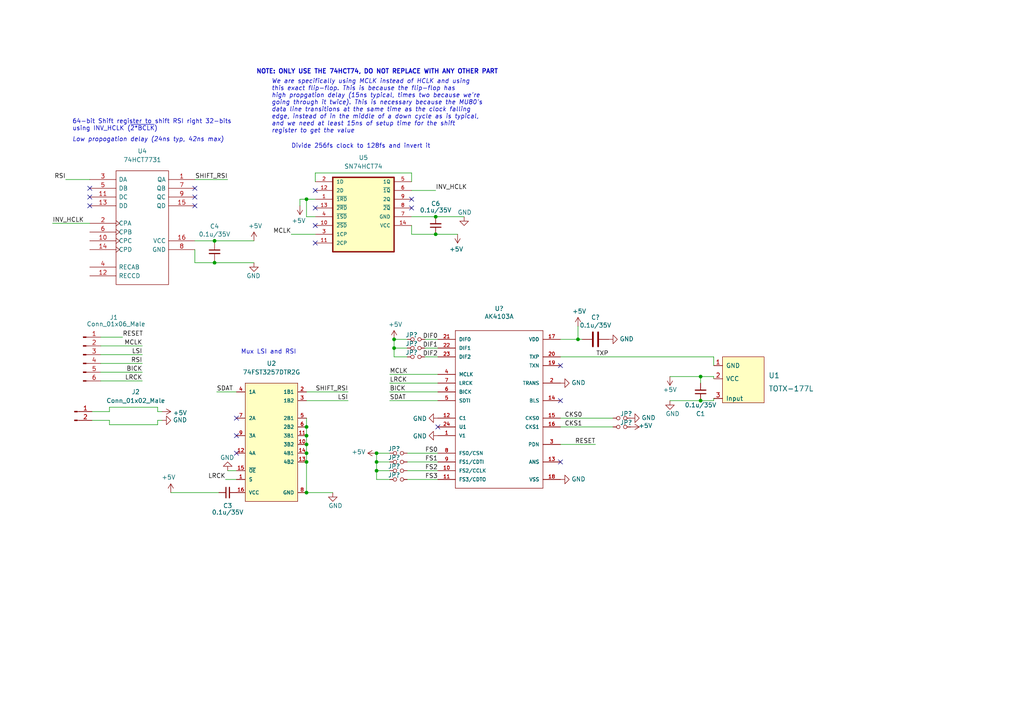
<source format=kicad_sch>
(kicad_sch (version 20211123) (generator eeschema)

  (uuid e63e39d7-6ac0-4ffd-8aa3-1841a4541b55)

  (paper "A4")

  (lib_symbols
    (symbol "74FST3257:74FST3257DTR2G" (pin_names (offset 1.016)) (in_bom yes) (on_board yes)
      (property "Reference" "U2" (id 0) (at 10.16 8.255 0)
        (effects (font (size 1.27 1.27)))
      )
      (property "Value" "74FST3257DTR2G" (id 1) (at 10.16 5.715 0)
        (effects (font (size 1.27 1.27)))
      )
      (property "Footprint" "Package_SO:SOIC-16_3.9x9.9mm_P1.27mm" (id 2) (at 0 10.16 0)
        (effects (font (size 1.27 1.27)) (justify left) hide)
      )
      (property "Datasheet" "http://www.onsemi.com/pub_link/Collateral/74FST3257-D.PDF" (id 3) (at 0 12.7 0)
        (effects (font (size 1.27 1.27)) (justify left) hide)
      )
      (property "Component Link 1 Description" "Manufacturer URL" (id 4) (at 0 15.24 0)
        (effects (font (size 1.27 1.27)) (justify left) hide)
      )
      (property "Component Link 1 URL" "http://www.onsemi.com/" (id 5) (at 0 17.78 0)
        (effects (font (size 1.27 1.27)) (justify left) hide)
      )
      (property "Component Link 3 Description" "Package Specification" (id 6) (at 0 20.32 0)
        (effects (font (size 1.27 1.27)) (justify left) hide)
      )
      (property "Component Link 3 URL" "http://www.onsemi.com/pub_link/Collateral/948F-01.PDF" (id 7) (at 0 22.86 0)
        (effects (font (size 1.27 1.27)) (justify left) hide)
      )
      (property "Datasheet Version" "Rev. 7" (id 8) (at 0 25.4 0)
        (effects (font (size 1.27 1.27)) (justify left) hide)
      )
      (property "Icc Max uA" "3" (id 9) (at 0 27.94 0)
        (effects (font (size 1.27 1.27)) (justify left) hide)
      )
      (property "Mounting Technology" "Surface Mount" (id 10) (at 0 30.48 0)
        (effects (font (size 1.27 1.27)) (justify left) hide)
      )
      (property "Package Description" "16-Pin Small Outline Package, Body 5 x 4.4 mm, Pitch 0.65 mm" (id 11) (at 0 33.02 0)
        (effects (font (size 1.27 1.27)) (justify left) hide)
      )
      (property "Package Version" "Rev. B, 10/2006" (id 12) (at 0 35.56 0)
        (effects (font (size 1.27 1.27)) (justify left) hide)
      )
      (property "Packing" "Tape and Reel" (id 13) (at 0 38.1 0)
        (effects (font (size 1.27 1.27)) (justify left) hide)
      )
      (property "VCC Max V" "5.5" (id 14) (at 0 40.64 0)
        (effects (font (size 1.27 1.27)) (justify left) hide)
      )
      (property "VCC Min V" "4" (id 15) (at 0 43.18 0)
        (effects (font (size 1.27 1.27)) (justify left) hide)
      )
      (property "category" "IC" (id 16) (at 0 45.72 0)
        (effects (font (size 1.27 1.27)) (justify left) hide)
      )
      (property "ciiva ids" "1384895" (id 17) (at 0 48.26 0)
        (effects (font (size 1.27 1.27)) (justify left) hide)
      )
      (property "library id" "081ace98c6dabb4c" (id 18) (at 0 50.8 0)
        (effects (font (size 1.27 1.27)) (justify left) hide)
      )
      (property "manufacturer" "On Semiconductor" (id 19) (at 0 53.34 0)
        (effects (font (size 1.27 1.27)) (justify left) hide)
      )
      (property "package" "TSSOP-16-948F-01" (id 20) (at 0 55.88 0)
        (effects (font (size 1.27 1.27)) (justify left) hide)
      )
      (property "release date" "1415370678" (id 21) (at 0 58.42 0)
        (effects (font (size 1.27 1.27)) (justify left) hide)
      )
      (property "rohs" "Yes" (id 22) (at 0 60.96 0)
        (effects (font (size 1.27 1.27)) (justify left) hide)
      )
      (property "vault revision" "FE68A368-01C1-4BF1-A11A-AFCA4CB60161" (id 23) (at 0 63.5 0)
        (effects (font (size 1.27 1.27)) (justify left) hide)
      )
      (property "imported" "yes" (id 24) (at 0 66.04 0)
        (effects (font (size 1.27 1.27)) (justify left) hide)
      )
      (property "ki_description" "74FST3257DTR2G" (id 25) (at 0 0 0)
        (effects (font (size 1.27 1.27)) hide)
      )
      (symbol "74FST3257DTR2G_1_1"
        (rectangle (start 2.54 2.54) (end 17.78 -31.75)
          (stroke (width 0) (type default) (color 0 0 0 0))
          (fill (type background))
        )
        (pin input line (at 0 -25.4 0) (length 2.54)
          (name "S" (effects (font (size 1.016 1.016))))
          (number "1" (effects (font (size 1.016 1.016))))
        )
        (pin passive line (at 20.32 -15.24 180) (length 2.54)
          (name "3B2" (effects (font (size 1.016 1.016))))
          (number "10" (effects (font (size 1.016 1.016))))
        )
        (pin passive line (at 20.32 -12.7 180) (length 2.54)
          (name "3B1" (effects (font (size 1.016 1.016))))
          (number "11" (effects (font (size 1.016 1.016))))
        )
        (pin passive line (at 0 -17.78 0) (length 2.54)
          (name "4A" (effects (font (size 1.016 1.016))))
          (number "12" (effects (font (size 1.016 1.016))))
        )
        (pin passive line (at 20.32 -20.32 180) (length 2.54)
          (name "4B2" (effects (font (size 1.016 1.016))))
          (number "13" (effects (font (size 1.016 1.016))))
        )
        (pin passive line (at 20.32 -17.78 180) (length 2.54)
          (name "4B1" (effects (font (size 1.016 1.016))))
          (number "14" (effects (font (size 1.016 1.016))))
        )
        (pin input line (at 0 -22.86 0) (length 2.54)
          (name "~{OE}" (effects (font (size 1.016 1.016))))
          (number "15" (effects (font (size 1.016 1.016))))
        )
        (pin power_in line (at 0 -29.21 0) (length 2.54)
          (name "VCC" (effects (font (size 1.016 1.016))))
          (number "16" (effects (font (size 1.016 1.016))))
        )
        (pin passive line (at 20.32 0 180) (length 2.54)
          (name "1B1" (effects (font (size 1.016 1.016))))
          (number "2" (effects (font (size 1.016 1.016))))
        )
        (pin passive line (at 20.32 -2.54 180) (length 2.54)
          (name "1B2" (effects (font (size 1.016 1.016))))
          (number "3" (effects (font (size 1.016 1.016))))
        )
        (pin passive line (at 0 0 0) (length 2.54)
          (name "1A" (effects (font (size 1.016 1.016))))
          (number "4" (effects (font (size 1.016 1.016))))
        )
        (pin passive line (at 20.32 -7.62 180) (length 2.54)
          (name "2B1" (effects (font (size 1.016 1.016))))
          (number "5" (effects (font (size 1.016 1.016))))
        )
        (pin passive line (at 20.32 -10.16 180) (length 2.54)
          (name "2B2" (effects (font (size 1.016 1.016))))
          (number "6" (effects (font (size 1.016 1.016))))
        )
        (pin passive line (at 0 -7.62 0) (length 2.54)
          (name "2A" (effects (font (size 1.016 1.016))))
          (number "7" (effects (font (size 1.016 1.016))))
        )
        (pin power_in line (at 20.32 -29.21 180) (length 2.54)
          (name "GND" (effects (font (size 1.016 1.016))))
          (number "8" (effects (font (size 1.016 1.016))))
        )
        (pin passive line (at 0 -12.7 0) (length 2.54)
          (name "3A" (effects (font (size 1.016 1.016))))
          (number "9" (effects (font (size 1.016 1.016))))
        )
      )
    )
    (symbol "74HC74D_653:74HCT74D" (pin_names (offset 1.016)) (in_bom yes) (on_board yes)
      (property "Reference" "U?" (id 0) (at -1.2 23.8 0)
        (effects (font (size 1.27 1.27)) (justify left bottom))
      )
      (property "Value" "74HCT74D" (id 1) (at -5 21.5 0)
        (effects (font (size 1.27 1.27)) (justify left bottom))
      )
      (property "Footprint" "Package_SO:SO-14_3.9x8.65mm_P1.27mm" (id 2) (at 28.1 -29.8 0)
        (effects (font (size 1.27 1.27)) (justify left bottom) hide)
      )
      (property "Datasheet" "" (id 3) (at 3.8 10.5 0)
        (effects (font (size 1.27 1.27)) (justify left bottom) hide)
      )
      (property "MPN" "74HC74D,653" (id 4) (at 28.2 -19.7 0)
        (effects (font (size 1.27 1.27)) (justify left bottom) hide)
      )
      (property "PACKAGE" "SO-14" (id 5) (at 28.5 -22.4 0)
        (effects (font (size 1.27 1.27)) (justify left bottom) hide)
      )
      (property "OC_NEWARK" "78R6264" (id 6) (at 28 -27.4 0)
        (effects (font (size 1.27 1.27)) (justify left bottom) hide)
      )
      (property "OC_FARNELL" "1826847" (id 7) (at 28.5 -24.8 0)
        (effects (font (size 1.27 1.27)) (justify left bottom) hide)
      )
      (property "SUPPLIER" "NXP" (id 8) (at 28.4 -16.8 0)
        (effects (font (size 1.27 1.27)) (justify left bottom) hide)
      )
      (symbol "74HCT74D_0_0"
        (rectangle (start -8.89 19.685) (end 8.89 -1.905)
          (stroke (width 0.4064) (type default) (color 0 0 0 0))
          (fill (type background))
        )
        (pin input line (at -13.97 13.335 0) (length 5.08)
          (name "~{1RD}" (effects (font (size 1.016 1.016))))
          (number "1" (effects (font (size 1.016 1.016))))
        )
        (pin input line (at -13.97 5.715 0) (length 5.08)
          (name "~{2SD}" (effects (font (size 1.016 1.016))))
          (number "10" (effects (font (size 1.016 1.016))))
        )
        (pin input line (at -13.97 0.635 0) (length 5.08)
          (name "2CP" (effects (font (size 1.016 1.016))))
          (number "11" (effects (font (size 1.016 1.016))))
        )
        (pin input line (at -13.97 15.875 0) (length 5.08)
          (name "2D" (effects (font (size 1.016 1.016))))
          (number "12" (effects (font (size 1.016 1.016))))
        )
        (pin input line (at -13.97 10.795 0) (length 5.08)
          (name "~{2RD}" (effects (font (size 1.016 1.016))))
          (number "13" (effects (font (size 1.016 1.016))))
        )
        (pin power_in line (at 13.97 5.715 180) (length 5.08)
          (name "VCC" (effects (font (size 1.016 1.016))))
          (number "14" (effects (font (size 1.016 1.016))))
        )
        (pin input line (at -13.97 18.415 0) (length 5.08)
          (name "1D" (effects (font (size 1.016 1.016))))
          (number "2" (effects (font (size 1.016 1.016))))
        )
        (pin input line (at -13.97 3.175 0) (length 5.08)
          (name "1CP" (effects (font (size 1.016 1.016))))
          (number "3" (effects (font (size 1.016 1.016))))
        )
        (pin input line (at -13.97 8.255 0) (length 5.08)
          (name "~{1SD}" (effects (font (size 1.016 1.016))))
          (number "4" (effects (font (size 1.016 1.016))))
        )
        (pin output line (at 13.97 18.415 180) (length 5.08)
          (name "1Q" (effects (font (size 1.016 1.016))))
          (number "5" (effects (font (size 1.016 1.016))))
        )
        (pin output line (at 13.97 15.875 180) (length 5.08)
          (name "~{1Q}" (effects (font (size 1.016 1.016))))
          (number "6" (effects (font (size 1.016 1.016))))
        )
        (pin passive line (at 13.97 8.255 180) (length 5.08)
          (name "GND" (effects (font (size 1.016 1.016))))
          (number "7" (effects (font (size 1.016 1.016))))
        )
        (pin output line (at 13.97 10.795 180) (length 5.08)
          (name "~{2Q}" (effects (font (size 1.016 1.016))))
          (number "8" (effects (font (size 1.016 1.016))))
        )
        (pin output line (at 13.97 13.335 180) (length 5.08)
          (name "2Q" (effects (font (size 1.016 1.016))))
          (number "9" (effects (font (size 1.016 1.016))))
        )
      )
    )
    (symbol "Connector:Conn_01x02_Male" (pin_names (offset 1.016) hide) (in_bom yes) (on_board yes)
      (property "Reference" "J" (id 0) (at 0 2.54 0)
        (effects (font (size 1.27 1.27)))
      )
      (property "Value" "Conn_01x02_Male" (id 1) (at 0 -5.08 0)
        (effects (font (size 1.27 1.27)))
      )
      (property "Footprint" "" (id 2) (at 0 0 0)
        (effects (font (size 1.27 1.27)) hide)
      )
      (property "Datasheet" "~" (id 3) (at 0 0 0)
        (effects (font (size 1.27 1.27)) hide)
      )
      (property "ki_keywords" "connector" (id 4) (at 0 0 0)
        (effects (font (size 1.27 1.27)) hide)
      )
      (property "ki_description" "Generic connector, single row, 01x02, script generated (kicad-library-utils/schlib/autogen/connector/)" (id 5) (at 0 0 0)
        (effects (font (size 1.27 1.27)) hide)
      )
      (property "ki_fp_filters" "Connector*:*_1x??_*" (id 6) (at 0 0 0)
        (effects (font (size 1.27 1.27)) hide)
      )
      (symbol "Conn_01x02_Male_1_1"
        (polyline
          (pts
            (xy 1.27 -2.54)
            (xy 0.8636 -2.54)
          )
          (stroke (width 0.1524) (type default) (color 0 0 0 0))
          (fill (type none))
        )
        (polyline
          (pts
            (xy 1.27 0)
            (xy 0.8636 0)
          )
          (stroke (width 0.1524) (type default) (color 0 0 0 0))
          (fill (type none))
        )
        (rectangle (start 0.8636 -2.413) (end 0 -2.667)
          (stroke (width 0.1524) (type default) (color 0 0 0 0))
          (fill (type outline))
        )
        (rectangle (start 0.8636 0.127) (end 0 -0.127)
          (stroke (width 0.1524) (type default) (color 0 0 0 0))
          (fill (type outline))
        )
        (pin passive line (at 5.08 0 180) (length 3.81)
          (name "Pin_1" (effects (font (size 1.27 1.27))))
          (number "1" (effects (font (size 1.27 1.27))))
        )
        (pin passive line (at 5.08 -2.54 180) (length 3.81)
          (name "Pin_2" (effects (font (size 1.27 1.27))))
          (number "2" (effects (font (size 1.27 1.27))))
        )
      )
    )
    (symbol "Connector:Conn_01x06_Male" (pin_names (offset 1.016) hide) (in_bom yes) (on_board yes)
      (property "Reference" "J" (id 0) (at 0 7.62 0)
        (effects (font (size 1.27 1.27)))
      )
      (property "Value" "Conn_01x06_Male" (id 1) (at 0 -10.16 0)
        (effects (font (size 1.27 1.27)))
      )
      (property "Footprint" "" (id 2) (at 0 0 0)
        (effects (font (size 1.27 1.27)) hide)
      )
      (property "Datasheet" "~" (id 3) (at 0 0 0)
        (effects (font (size 1.27 1.27)) hide)
      )
      (property "ki_keywords" "connector" (id 4) (at 0 0 0)
        (effects (font (size 1.27 1.27)) hide)
      )
      (property "ki_description" "Generic connector, single row, 01x06, script generated (kicad-library-utils/schlib/autogen/connector/)" (id 5) (at 0 0 0)
        (effects (font (size 1.27 1.27)) hide)
      )
      (property "ki_fp_filters" "Connector*:*_1x??_*" (id 6) (at 0 0 0)
        (effects (font (size 1.27 1.27)) hide)
      )
      (symbol "Conn_01x06_Male_1_1"
        (polyline
          (pts
            (xy 1.27 -7.62)
            (xy 0.8636 -7.62)
          )
          (stroke (width 0.1524) (type default) (color 0 0 0 0))
          (fill (type none))
        )
        (polyline
          (pts
            (xy 1.27 -5.08)
            (xy 0.8636 -5.08)
          )
          (stroke (width 0.1524) (type default) (color 0 0 0 0))
          (fill (type none))
        )
        (polyline
          (pts
            (xy 1.27 -2.54)
            (xy 0.8636 -2.54)
          )
          (stroke (width 0.1524) (type default) (color 0 0 0 0))
          (fill (type none))
        )
        (polyline
          (pts
            (xy 1.27 0)
            (xy 0.8636 0)
          )
          (stroke (width 0.1524) (type default) (color 0 0 0 0))
          (fill (type none))
        )
        (polyline
          (pts
            (xy 1.27 2.54)
            (xy 0.8636 2.54)
          )
          (stroke (width 0.1524) (type default) (color 0 0 0 0))
          (fill (type none))
        )
        (polyline
          (pts
            (xy 1.27 5.08)
            (xy 0.8636 5.08)
          )
          (stroke (width 0.1524) (type default) (color 0 0 0 0))
          (fill (type none))
        )
        (rectangle (start 0.8636 -7.493) (end 0 -7.747)
          (stroke (width 0.1524) (type default) (color 0 0 0 0))
          (fill (type outline))
        )
        (rectangle (start 0.8636 -4.953) (end 0 -5.207)
          (stroke (width 0.1524) (type default) (color 0 0 0 0))
          (fill (type outline))
        )
        (rectangle (start 0.8636 -2.413) (end 0 -2.667)
          (stroke (width 0.1524) (type default) (color 0 0 0 0))
          (fill (type outline))
        )
        (rectangle (start 0.8636 0.127) (end 0 -0.127)
          (stroke (width 0.1524) (type default) (color 0 0 0 0))
          (fill (type outline))
        )
        (rectangle (start 0.8636 2.667) (end 0 2.413)
          (stroke (width 0.1524) (type default) (color 0 0 0 0))
          (fill (type outline))
        )
        (rectangle (start 0.8636 5.207) (end 0 4.953)
          (stroke (width 0.1524) (type default) (color 0 0 0 0))
          (fill (type outline))
        )
        (pin passive line (at 5.08 5.08 180) (length 3.81)
          (name "Pin_1" (effects (font (size 1.27 1.27))))
          (number "1" (effects (font (size 1.27 1.27))))
        )
        (pin passive line (at 5.08 2.54 180) (length 3.81)
          (name "Pin_2" (effects (font (size 1.27 1.27))))
          (number "2" (effects (font (size 1.27 1.27))))
        )
        (pin passive line (at 5.08 0 180) (length 3.81)
          (name "Pin_3" (effects (font (size 1.27 1.27))))
          (number "3" (effects (font (size 1.27 1.27))))
        )
        (pin passive line (at 5.08 -2.54 180) (length 3.81)
          (name "Pin_4" (effects (font (size 1.27 1.27))))
          (number "4" (effects (font (size 1.27 1.27))))
        )
        (pin passive line (at 5.08 -5.08 180) (length 3.81)
          (name "Pin_5" (effects (font (size 1.27 1.27))))
          (number "5" (effects (font (size 1.27 1.27))))
        )
        (pin passive line (at 5.08 -7.62 180) (length 3.81)
          (name "Pin_6" (effects (font (size 1.27 1.27))))
          (number "6" (effects (font (size 1.27 1.27))))
        )
      )
    )
    (symbol "Device:C" (pin_numbers hide) (pin_names (offset 0.254)) (in_bom yes) (on_board yes)
      (property "Reference" "C" (id 0) (at 0.635 2.54 0)
        (effects (font (size 1.27 1.27)) (justify left))
      )
      (property "Value" "C" (id 1) (at 0.635 -2.54 0)
        (effects (font (size 1.27 1.27)) (justify left))
      )
      (property "Footprint" "" (id 2) (at 0.9652 -3.81 0)
        (effects (font (size 1.27 1.27)) hide)
      )
      (property "Datasheet" "~" (id 3) (at 0 0 0)
        (effects (font (size 1.27 1.27)) hide)
      )
      (property "ki_keywords" "cap capacitor" (id 4) (at 0 0 0)
        (effects (font (size 1.27 1.27)) hide)
      )
      (property "ki_description" "Unpolarized capacitor" (id 5) (at 0 0 0)
        (effects (font (size 1.27 1.27)) hide)
      )
      (property "ki_fp_filters" "C_*" (id 6) (at 0 0 0)
        (effects (font (size 1.27 1.27)) hide)
      )
      (symbol "C_0_1"
        (polyline
          (pts
            (xy -2.032 -0.762)
            (xy 2.032 -0.762)
          )
          (stroke (width 0.508) (type default) (color 0 0 0 0))
          (fill (type none))
        )
        (polyline
          (pts
            (xy -2.032 0.762)
            (xy 2.032 0.762)
          )
          (stroke (width 0.508) (type default) (color 0 0 0 0))
          (fill (type none))
        )
      )
      (symbol "C_1_1"
        (pin passive line (at 0 3.81 270) (length 2.794)
          (name "~" (effects (font (size 1.27 1.27))))
          (number "1" (effects (font (size 1.27 1.27))))
        )
        (pin passive line (at 0 -3.81 90) (length 2.794)
          (name "~" (effects (font (size 1.27 1.27))))
          (number "2" (effects (font (size 1.27 1.27))))
        )
      )
    )
    (symbol "Device:C_Small" (pin_numbers hide) (pin_names (offset 0.254) hide) (in_bom yes) (on_board yes)
      (property "Reference" "C" (id 0) (at 0.254 1.778 0)
        (effects (font (size 1.27 1.27)) (justify left))
      )
      (property "Value" "C_Small" (id 1) (at 0.254 -2.032 0)
        (effects (font (size 1.27 1.27)) (justify left))
      )
      (property "Footprint" "" (id 2) (at 0 0 0)
        (effects (font (size 1.27 1.27)) hide)
      )
      (property "Datasheet" "~" (id 3) (at 0 0 0)
        (effects (font (size 1.27 1.27)) hide)
      )
      (property "ki_keywords" "capacitor cap" (id 4) (at 0 0 0)
        (effects (font (size 1.27 1.27)) hide)
      )
      (property "ki_description" "Unpolarized capacitor, small symbol" (id 5) (at 0 0 0)
        (effects (font (size 1.27 1.27)) hide)
      )
      (property "ki_fp_filters" "C_*" (id 6) (at 0 0 0)
        (effects (font (size 1.27 1.27)) hide)
      )
      (symbol "C_Small_0_1"
        (polyline
          (pts
            (xy -1.524 -0.508)
            (xy 1.524 -0.508)
          )
          (stroke (width 0.3302) (type default) (color 0 0 0 0))
          (fill (type none))
        )
        (polyline
          (pts
            (xy -1.524 0.508)
            (xy 1.524 0.508)
          )
          (stroke (width 0.3048) (type default) (color 0 0 0 0))
          (fill (type none))
        )
      )
      (symbol "C_Small_1_1"
        (pin passive line (at 0 2.54 270) (length 2.032)
          (name "~" (effects (font (size 1.27 1.27))))
          (number "1" (effects (font (size 1.27 1.27))))
        )
        (pin passive line (at 0 -2.54 90) (length 2.032)
          (name "~" (effects (font (size 1.27 1.27))))
          (number "2" (effects (font (size 1.27 1.27))))
        )
      )
    )
    (symbol "Device:Jumper_NO_Small" (pin_numbers hide) (pin_names (offset 0.762) hide) (in_bom yes) (on_board yes)
      (property "Reference" "JP" (id 0) (at 0 2.032 0)
        (effects (font (size 1.27 1.27)))
      )
      (property "Value" "Jumper_NO_Small" (id 1) (at 0.254 -1.524 0)
        (effects (font (size 1.27 1.27)))
      )
      (property "Footprint" "" (id 2) (at 0 0 0)
        (effects (font (size 1.27 1.27)) hide)
      )
      (property "Datasheet" "~" (id 3) (at 0 0 0)
        (effects (font (size 1.27 1.27)) hide)
      )
      (property "ki_keywords" "jumper link bridge NO" (id 4) (at 0 0 0)
        (effects (font (size 1.27 1.27)) hide)
      )
      (property "ki_description" "Jumper, normally open, small symbol" (id 5) (at 0 0 0)
        (effects (font (size 1.27 1.27)) hide)
      )
      (property "ki_fp_filters" "SolderJumper*Open* Jumper* TestPoint*2Pads* TestPoint*Bridge*" (id 6) (at 0 0 0)
        (effects (font (size 1.27 1.27)) hide)
      )
      (symbol "Jumper_NO_Small_0_1"
        (circle (center -1.016 0) (radius 0.508)
          (stroke (width 0) (type default) (color 0 0 0 0))
          (fill (type none))
        )
        (circle (center 1.016 0) (radius 0.508)
          (stroke (width 0) (type default) (color 0 0 0 0))
          (fill (type none))
        )
        (pin passive line (at -2.54 0 0) (length 1.016)
          (name "1" (effects (font (size 1.27 1.27))))
          (number "1" (effects (font (size 1.27 1.27))))
        )
        (pin passive line (at 2.54 0 180) (length 1.016)
          (name "2" (effects (font (size 1.27 1.27))))
          (number "2" (effects (font (size 1.27 1.27))))
        )
      )
    )
    (symbol "SHIFTREGISTER:74HCT7731" (pin_names (offset 0.762)) (in_bom yes) (on_board yes)
      (property "Reference" "U?" (id 0) (at 7.9 3.365 0)
        (effects (font (size 1.27 1.27)))
      )
      (property "Value" "74HCT7731" (id 1) (at 7.6 1.065 0)
        (effects (font (size 1.27 1.27)))
      )
      (property "Footprint" "" (id 2) (at 0 -0.635 0)
        (effects (font (size 1.27 1.27)) hide)
      )
      (property "Datasheet" "" (id 3) (at 0 -0.635 0)
        (effects (font (size 1.27 1.27)) hide)
      )
      (symbol "74HCT7731_0_1"
        (rectangle (start 0 -33.655) (end 15.24 -0.635)
          (stroke (width 0) (type default) (color 0 0 0 0))
          (fill (type none))
        )
        (polyline
          (pts
            (xy 0 -22.733)
            (xy 1.016 -23.495)
            (xy 0 -24.257)
          )
          (stroke (width 0) (type default) (color 0 0 0 0))
          (fill (type none))
        )
        (polyline
          (pts
            (xy 0 -20.193)
            (xy 1.016 -20.955)
            (xy 0 -21.717)
          )
          (stroke (width 0) (type default) (color 0 0 0 0))
          (fill (type none))
        )
        (polyline
          (pts
            (xy 0 -17.653)
            (xy 1.016 -18.415)
            (xy 0 -19.177)
          )
          (stroke (width 0) (type default) (color 0 0 0 0))
          (fill (type none))
        )
        (polyline
          (pts
            (xy 0 -15.113)
            (xy 1.016 -15.875)
            (xy 0 -16.637)
          )
          (stroke (width 0) (type default) (color 0 0 0 0))
          (fill (type none))
        )
      )
      (symbol "74HCT7731_1_1"
        (pin output line (at 22.86 -3.175 180) (length 7.62)
          (name "QA" (effects (font (size 1.2446 1.2446))))
          (number "1" (effects (font (size 1.2446 1.2446))))
        )
        (pin input line (at -7.62 -20.955 0) (length 7.62)
          (name "CPC" (effects (font (size 1.2446 1.2446))))
          (number "10" (effects (font (size 1.2446 1.2446))))
        )
        (pin input line (at -7.62 -8.255 0) (length 7.62)
          (name "DC" (effects (font (size 1.2446 1.2446))))
          (number "11" (effects (font (size 1.2446 1.2446))))
        )
        (pin input line (at -7.62 -31.115 0) (length 7.62)
          (name "RECCD" (effects (font (size 1.2446 1.2446))))
          (number "12" (effects (font (size 1.2446 1.2446))))
        )
        (pin input line (at -7.62 -10.795 0) (length 7.62)
          (name "DD" (effects (font (size 1.2446 1.2446))))
          (number "13" (effects (font (size 1.2446 1.2446))))
        )
        (pin input line (at -7.62 -23.495 0) (length 7.62)
          (name "CPD" (effects (font (size 1.2446 1.2446))))
          (number "14" (effects (font (size 1.2446 1.2446))))
        )
        (pin output line (at 22.86 -10.795 180) (length 7.62)
          (name "QD" (effects (font (size 1.2446 1.2446))))
          (number "15" (effects (font (size 1.2446 1.2446))))
        )
        (pin power_in line (at 22.86 -20.955 180) (length 7.62)
          (name "VCC" (effects (font (size 1.2446 1.2446))))
          (number "16" (effects (font (size 1.2446 1.2446))))
        )
        (pin input line (at -7.62 -15.875 0) (length 7.62)
          (name "CPA" (effects (font (size 1.2446 1.2446))))
          (number "2" (effects (font (size 1.2446 1.2446))))
        )
        (pin input line (at -7.62 -3.175 0) (length 7.62)
          (name "DA" (effects (font (size 1.2446 1.2446))))
          (number "3" (effects (font (size 1.2446 1.2446))))
        )
        (pin input line (at -7.62 -28.575 0) (length 7.62)
          (name "RECAB" (effects (font (size 1.2446 1.2446))))
          (number "4" (effects (font (size 1.2446 1.2446))))
        )
        (pin input line (at -7.62 -5.715 0) (length 7.62)
          (name "DB" (effects (font (size 1.2446 1.2446))))
          (number "5" (effects (font (size 1.2446 1.2446))))
        )
        (pin input line (at -7.62 -18.415 0) (length 7.62)
          (name "CPB" (effects (font (size 1.2446 1.2446))))
          (number "6" (effects (font (size 1.2446 1.2446))))
        )
        (pin output line (at 22.86 -5.715 180) (length 7.62)
          (name "QB" (effects (font (size 1.2446 1.2446))))
          (number "7" (effects (font (size 1.2446 1.2446))))
        )
        (pin power_in line (at 22.86 -23.495 180) (length 7.62)
          (name "GND" (effects (font (size 1.2446 1.2446))))
          (number "8" (effects (font (size 1.2446 1.2446))))
        )
        (pin output line (at 22.86 -8.255 180) (length 7.62)
          (name "QC" (effects (font (size 1.2446 1.2446))))
          (number "9" (effects (font (size 1.2446 1.2446))))
        )
      )
    )
    (symbol "akm:AK4103A" (pin_names (offset 1.016)) (in_bom yes) (on_board yes)
      (property "Reference" "U" (id 0) (at -12.7 21.59 0)
        (effects (font (size 1.27 1.27)) (justify left bottom))
      )
      (property "Value" "AK4103A" (id 1) (at -12.7 -27.94 0)
        (effects (font (size 1.27 1.27)) (justify left bottom))
      )
      (property "Footprint" "Package_SO:TSSOP-24_6.1x7.8mm_P0.65mm" (id 2) (at 0 3.81 0)
        (effects (font (size 1.27 1.27)) hide)
      )
      (property "Datasheet" "" (id 3) (at 0 0 0)
        (effects (font (size 1.27 1.27)) hide)
      )
      (symbol "AK4103A_1_0"
        (polyline
          (pts
            (xy -12.7 -25.4)
            (xy -12.7 20.32)
          )
          (stroke (width 0) (type default) (color 0 0 0 0))
          (fill (type none))
        )
        (polyline
          (pts
            (xy -12.7 20.32)
            (xy 12.7 20.32)
          )
          (stroke (width 0) (type default) (color 0 0 0 0))
          (fill (type none))
        )
        (polyline
          (pts
            (xy 12.7 -25.4)
            (xy -12.7 -25.4)
          )
          (stroke (width 0) (type default) (color 0 0 0 0))
          (fill (type none))
        )
        (polyline
          (pts
            (xy 12.7 20.32)
            (xy 12.7 -25.4)
          )
          (stroke (width 0) (type default) (color 0 0 0 0))
          (fill (type none))
        )
      )
      (symbol "AK4103A_1_1"
        (pin input line (at -17.78 -10.16 0) (length 5.08)
          (name "V1" (effects (font (size 1.016 1.016))))
          (number "1" (effects (font (size 1.016 1.016))))
        )
        (pin bidirectional line (at -17.78 -20.32 0) (length 5.08)
          (name "FS2/CCLK" (effects (font (size 1.016 1.016))))
          (number "10" (effects (font (size 1.016 1.016))))
        )
        (pin bidirectional line (at -17.78 -22.86 0) (length 5.08)
          (name "FS3/CDTO" (effects (font (size 1.016 1.016))))
          (number "11" (effects (font (size 1.016 1.016))))
        )
        (pin input line (at -17.78 -5.08 0) (length 5.08)
          (name "C1" (effects (font (size 1.016 1.016))))
          (number "12" (effects (font (size 1.016 1.016))))
        )
        (pin bidirectional line (at 17.78 -17.78 180) (length 5.08)
          (name "ANS" (effects (font (size 1.016 1.016))))
          (number "13" (effects (font (size 1.016 1.016))))
        )
        (pin bidirectional line (at 17.78 0 180) (length 5.08)
          (name "BLS" (effects (font (size 1.016 1.016))))
          (number "14" (effects (font (size 1.016 1.016))))
        )
        (pin input line (at 17.78 -5.08 180) (length 5.08)
          (name "CKS0" (effects (font (size 1.016 1.016))))
          (number "15" (effects (font (size 1.016 1.016))))
        )
        (pin input line (at 17.78 -7.62 180) (length 5.08)
          (name "CKS1" (effects (font (size 1.016 1.016))))
          (number "16" (effects (font (size 1.016 1.016))))
        )
        (pin bidirectional line (at 17.78 17.78 180) (length 5.08)
          (name "VDD" (effects (font (size 1.016 1.016))))
          (number "17" (effects (font (size 1.016 1.016))))
        )
        (pin bidirectional line (at 17.78 -22.86 180) (length 5.08)
          (name "VSS" (effects (font (size 1.016 1.016))))
          (number "18" (effects (font (size 1.016 1.016))))
        )
        (pin output line (at 17.78 10.16 180) (length 5.08)
          (name "TXN" (effects (font (size 1.016 1.016))))
          (number "19" (effects (font (size 1.016 1.016))))
        )
        (pin input line (at 17.78 5.08 180) (length 5.08)
          (name "TRANS" (effects (font (size 1.016 1.016))))
          (number "2" (effects (font (size 1.016 1.016))))
        )
        (pin output line (at 17.78 12.7 180) (length 5.08)
          (name "TXP" (effects (font (size 1.016 1.016))))
          (number "20" (effects (font (size 1.016 1.016))))
        )
        (pin input line (at -17.78 17.78 0) (length 5.08)
          (name "DIF0" (effects (font (size 1.016 1.016))))
          (number "21" (effects (font (size 1.016 1.016))))
        )
        (pin input line (at -17.78 15.24 0) (length 5.08)
          (name "DIF1" (effects (font (size 1.016 1.016))))
          (number "22" (effects (font (size 1.016 1.016))))
        )
        (pin input line (at -17.78 12.7 0) (length 5.08)
          (name "DIF2" (effects (font (size 1.016 1.016))))
          (number "23" (effects (font (size 1.016 1.016))))
        )
        (pin input line (at -17.78 -7.62 0) (length 5.08)
          (name "U1" (effects (font (size 1.016 1.016))))
          (number "24" (effects (font (size 1.016 1.016))))
        )
        (pin input line (at 17.78 -12.7 180) (length 5.08)
          (name "PDN" (effects (font (size 1.016 1.016))))
          (number "3" (effects (font (size 1.016 1.016))))
        )
        (pin input line (at -17.78 7.62 0) (length 5.08)
          (name "MCLK" (effects (font (size 1.016 1.016))))
          (number "4" (effects (font (size 1.016 1.016))))
        )
        (pin input line (at -17.78 0 0) (length 5.08)
          (name "SDTI" (effects (font (size 1.016 1.016))))
          (number "5" (effects (font (size 1.016 1.016))))
        )
        (pin bidirectional line (at -17.78 2.54 0) (length 5.08)
          (name "BICK" (effects (font (size 1.016 1.016))))
          (number "6" (effects (font (size 1.016 1.016))))
        )
        (pin bidirectional line (at -17.78 5.08 0) (length 5.08)
          (name "LRCK" (effects (font (size 1.016 1.016))))
          (number "7" (effects (font (size 1.016 1.016))))
        )
        (pin bidirectional line (at -17.78 -15.24 0) (length 5.08)
          (name "FS0/CSN" (effects (font (size 1.016 1.016))))
          (number "8" (effects (font (size 1.016 1.016))))
        )
        (pin bidirectional line (at -17.78 -17.78 0) (length 5.08)
          (name "FS1/CDTI" (effects (font (size 1.016 1.016))))
          (number "9" (effects (font (size 1.016 1.016))))
        )
      )
    )
    (symbol "power:+5V" (power) (pin_names (offset 0)) (in_bom yes) (on_board yes)
      (property "Reference" "#PWR" (id 0) (at 0 -3.81 0)
        (effects (font (size 1.27 1.27)) hide)
      )
      (property "Value" "+5V" (id 1) (at 0 3.556 0)
        (effects (font (size 1.27 1.27)))
      )
      (property "Footprint" "" (id 2) (at 0 0 0)
        (effects (font (size 1.27 1.27)) hide)
      )
      (property "Datasheet" "" (id 3) (at 0 0 0)
        (effects (font (size 1.27 1.27)) hide)
      )
      (property "ki_keywords" "power-flag" (id 4) (at 0 0 0)
        (effects (font (size 1.27 1.27)) hide)
      )
      (property "ki_description" "Power symbol creates a global label with name \"+5V\"" (id 5) (at 0 0 0)
        (effects (font (size 1.27 1.27)) hide)
      )
      (symbol "+5V_0_1"
        (polyline
          (pts
            (xy -0.762 1.27)
            (xy 0 2.54)
          )
          (stroke (width 0) (type default) (color 0 0 0 0))
          (fill (type none))
        )
        (polyline
          (pts
            (xy 0 0)
            (xy 0 2.54)
          )
          (stroke (width 0) (type default) (color 0 0 0 0))
          (fill (type none))
        )
        (polyline
          (pts
            (xy 0 2.54)
            (xy 0.762 1.27)
          )
          (stroke (width 0) (type default) (color 0 0 0 0))
          (fill (type none))
        )
      )
      (symbol "+5V_1_1"
        (pin power_in line (at 0 0 90) (length 0) hide
          (name "+5V" (effects (font (size 1.27 1.27))))
          (number "1" (effects (font (size 1.27 1.27))))
        )
      )
    )
    (symbol "power:GND" (power) (pin_names (offset 0)) (in_bom yes) (on_board yes)
      (property "Reference" "#PWR" (id 0) (at 0 -6.35 0)
        (effects (font (size 1.27 1.27)) hide)
      )
      (property "Value" "GND" (id 1) (at 0 -3.81 0)
        (effects (font (size 1.27 1.27)))
      )
      (property "Footprint" "" (id 2) (at 0 0 0)
        (effects (font (size 1.27 1.27)) hide)
      )
      (property "Datasheet" "" (id 3) (at 0 0 0)
        (effects (font (size 1.27 1.27)) hide)
      )
      (property "ki_keywords" "power-flag" (id 4) (at 0 0 0)
        (effects (font (size 1.27 1.27)) hide)
      )
      (property "ki_description" "Power symbol creates a global label with name \"GND\" , ground" (id 5) (at 0 0 0)
        (effects (font (size 1.27 1.27)) hide)
      )
      (symbol "GND_0_1"
        (polyline
          (pts
            (xy 0 0)
            (xy 0 -1.27)
            (xy 1.27 -1.27)
            (xy 0 -2.54)
            (xy -1.27 -1.27)
            (xy 0 -1.27)
          )
          (stroke (width 0) (type default) (color 0 0 0 0))
          (fill (type none))
        )
      )
      (symbol "GND_1_1"
        (pin power_in line (at 0 0 270) (length 0) hide
          (name "GND" (effects (font (size 1.27 1.27))))
          (number "1" (effects (font (size 1.27 1.27))))
        )
      )
    )
    (symbol "selfmade:totx177" (pin_names (offset 1.016)) (in_bom yes) (on_board yes)
      (property "Reference" "U" (id 0) (at -1.27 5.08 0)
        (effects (font (size 1.524 1.524)))
      )
      (property "Value" "totx177" (id 1) (at -4.445 -0.635 90)
        (effects (font (size 1.524 1.524)))
      )
      (property "Footprint" "footprints:Toshiba_TOTX177" (id 2) (at -1.27 1.905 0)
        (effects (font (size 1.524 1.524)) hide)
      )
      (property "Datasheet" "" (id 3) (at -1.27 1.905 0)
        (effects (font (size 1.524 1.524)) hide)
      )
      (symbol "totx177_0_1"
        (rectangle (start -5.715 5.715) (end 6.35 -7.62)
          (stroke (width 0) (type default) (color 0 0 0 0))
          (fill (type background))
        )
      )
      (symbol "totx177_1_1"
        (pin input line (at 8.89 3.175 180) (length 2.54)
          (name "GND" (effects (font (size 1.27 1.27))))
          (number "1" (effects (font (size 1.27 1.27))))
        )
        (pin input line (at 8.89 -0.635 180) (length 2.54)
          (name "VCC" (effects (font (size 1.27 1.27))))
          (number "2" (effects (font (size 1.27 1.27))))
        )
        (pin input line (at 8.89 -6.35 180) (length 2.54)
          (name "Input" (effects (font (size 1.27 1.27))))
          (number "3" (effects (font (size 1.27 1.27))))
        )
      )
    )
  )

  (junction (at 88.9 133.985) (diameter 0) (color 0 0 0 0)
    (uuid 00f5daed-1d9e-4396-afd4-211e8838475f)
  )
  (junction (at 109.22 133.985) (diameter 0) (color 0 0 0 0)
    (uuid 08182ec4-8ec6-4918-8295-7c95197dc2eb)
  )
  (junction (at 62.23 76.2) (diameter 0) (color 0 0 0 0)
    (uuid 11475c48-ad36-4616-b44d-ee5ad44aaa26)
  )
  (junction (at 203.2 109.22) (diameter 0) (color 0 0 0 0)
    (uuid 274bdca7-a632-4b4f-a50a-051b913f18e1)
  )
  (junction (at 88.9 57.785) (diameter 0) (color 0 0 0 0)
    (uuid 2f8b72ec-2680-4ba0-8d54-c978044a3989)
  )
  (junction (at 62.23 69.85) (diameter 0) (color 0 0 0 0)
    (uuid 5330b149-4e14-43c2-8136-ce5131f0ed4d)
  )
  (junction (at 109.22 131.445) (diameter 0) (color 0 0 0 0)
    (uuid 68d31778-5b59-4df1-8198-910b777c97dc)
  )
  (junction (at 114.3 100.965) (diameter 0) (color 0 0 0 0)
    (uuid 70fbc60d-f10e-45ee-8f36-b7407c9a9c4c)
  )
  (junction (at 167.64 98.425) (diameter 0) (color 0 0 0 0)
    (uuid 7553c115-23bc-4e43-85b2-cbdd2182516a)
  )
  (junction (at 88.9 123.825) (diameter 0) (color 0 0 0 0)
    (uuid 851791c3-0ae2-41ab-9930-0a7f4a192944)
  )
  (junction (at 114.3 98.425) (diameter 0) (color 0 0 0 0)
    (uuid 9fdada04-c705-4530-837a-3237a919ef24)
  )
  (junction (at 203.2 116.205) (diameter 0) (color 0 0 0 0)
    (uuid a3a4ee58-d79d-49ad-8c56-75dc0f9fbfd2)
  )
  (junction (at 88.9 128.905) (diameter 0) (color 0 0 0 0)
    (uuid aabde759-6b6b-4fde-8fe0-026651c65753)
  )
  (junction (at 88.9 126.365) (diameter 0) (color 0 0 0 0)
    (uuid c4696706-f06d-461d-86f3-57a4f3b8c9a9)
  )
  (junction (at 109.22 136.525) (diameter 0) (color 0 0 0 0)
    (uuid d14e0de8-deb8-4d15-946d-c531ab24515e)
  )
  (junction (at 88.9 142.875) (diameter 0) (color 0 0 0 0)
    (uuid da8d9262-7e1d-4502-b678-5b144db940bc)
  )
  (junction (at 88.9 131.445) (diameter 0) (color 0 0 0 0)
    (uuid dc4fc440-dfea-4bd5-961f-c4fc1e082a5c)
  )
  (junction (at 126.365 62.865) (diameter 0) (color 0 0 0 0)
    (uuid df1de5bd-a6ea-4d50-9133-678895faf77b)
  )
  (junction (at 126.365 67.945) (diameter 0) (color 0 0 0 0)
    (uuid fd79e038-8087-412b-9ac5-c59d32ce5f22)
  )

  (no_connect (at 68.58 126.365) (uuid 0c315572-075c-48d4-ad3d-0c8aa4c26944))
  (no_connect (at 119.38 60.325) (uuid 18690dea-ca3d-4ef4-8098-659ced4811c5))
  (no_connect (at 162.56 133.985) (uuid 243660ab-a140-4315-8439-6b815028d791))
  (no_connect (at 56.515 59.69) (uuid 31936ada-3df2-4395-931b-6e2c68af213f))
  (no_connect (at 91.44 55.245) (uuid 3c8624aa-3186-4780-8d2f-9d1f97b71d9e))
  (no_connect (at 26.035 57.15) (uuid 4503ac32-8471-4f33-8180-248dbe6ab208))
  (no_connect (at 56.515 57.15) (uuid 4ac47efd-1fb9-40af-8500-9b825bc3a388))
  (no_connect (at 162.56 116.205) (uuid 54986bd2-2427-4dff-805e-c41cbd4e188a))
  (no_connect (at 26.035 59.69) (uuid 6dd2a005-4a3d-4b50-9104-4db56afb2e6f))
  (no_connect (at 119.38 57.785) (uuid 80298be6-c669-4ecd-b289-16d56f918099))
  (no_connect (at 127 123.825) (uuid 9ad985c1-b9e2-4155-886b-c0e7c34daf90))
  (no_connect (at 68.58 121.285) (uuid 9e28ca60-c85e-495f-8860-d92a5b8cd31e))
  (no_connect (at 68.58 131.445) (uuid a1d618ba-508e-4974-809c-667de4aa0e2b))
  (no_connect (at 91.44 70.485) (uuid b50b93c5-ead0-4f0c-b104-7436dcde6961))
  (no_connect (at 26.035 54.61) (uuid c85fe788-c510-4f90-b860-a8cbc35bdd38))
  (no_connect (at 91.44 65.405) (uuid de6639f3-60d5-4c5b-b072-81eb30bc15d7))
  (no_connect (at 91.44 60.325) (uuid dfc0ad18-b97a-4870-813f-e4c51d92321b))
  (no_connect (at 56.515 54.61) (uuid e6b71ea5-a8fb-4e3f-a01f-bbd7dcf8e3f1))
  (no_connect (at 162.56 106.045) (uuid fe13e731-4fda-42cf-9fd1-d4dbbf094b54))

  (wire (pts (xy 207.01 116.205) (xy 207.01 115.57))
    (stroke (width 0) (type default) (color 0 0 0 0))
    (uuid 0030d980-7009-4d27-a9ec-0dace449efe2)
  )
  (wire (pts (xy 109.22 133.985) (xy 113.03 133.985))
    (stroke (width 0) (type solid) (color 0 0 0 0))
    (uuid 02025344-fa57-4139-b1d8-ba84cad750c9)
  )
  (wire (pts (xy 66.04 136.525) (xy 68.58 136.525))
    (stroke (width 0) (type default) (color 0 0 0 0))
    (uuid 05ccdf80-26e2-4c23-8356-1b3479f1adee)
  )
  (wire (pts (xy 62.23 69.85) (xy 56.515 69.85))
    (stroke (width 0) (type default) (color 0 0 0 0))
    (uuid 06ece7f1-006e-4f78-ad4a-ab8018633948)
  )
  (wire (pts (xy 100.965 116.205) (xy 88.9 116.205))
    (stroke (width 0) (type default) (color 0 0 0 0))
    (uuid 07794409-3451-45e7-8f43-ecbaa1beeea2)
  )
  (wire (pts (xy 41.275 105.41) (xy 29.21 105.41))
    (stroke (width 0) (type default) (color 0 0 0 0))
    (uuid 0aceb300-7bf0-4c9b-b0e7-858d12e49a3b)
  )
  (wire (pts (xy 167.64 98.425) (xy 168.91 98.425))
    (stroke (width 0) (type solid) (color 0 0 0 0))
    (uuid 0cead6e9-e5ae-4884-8075-006e9121e51b)
  )
  (wire (pts (xy 100.965 113.665) (xy 88.9 113.665))
    (stroke (width 0) (type default) (color 0 0 0 0))
    (uuid 0cfdbade-f1c1-4bf4-a081-803291547e1b)
  )
  (wire (pts (xy 62.865 113.665) (xy 68.58 113.665))
    (stroke (width 0) (type default) (color 0 0 0 0))
    (uuid 0f682e39-4d6e-4999-871e-cee5807826da)
  )
  (wire (pts (xy 203.2 109.22) (xy 194.31 109.22))
    (stroke (width 0) (type default) (color 0 0 0 0))
    (uuid 14d4844f-cf68-4a8e-adfb-f9b2c51adc4d)
  )
  (wire (pts (xy 203.2 116.205) (xy 207.01 116.205))
    (stroke (width 0) (type default) (color 0 0 0 0))
    (uuid 179e049d-fc8b-4455-8773-983fa57269e9)
  )
  (wire (pts (xy 167.64 94.615) (xy 167.64 98.425))
    (stroke (width 0) (type solid) (color 0 0 0 0))
    (uuid 179f2580-2b92-436e-9c83-28fd0258dcfa)
  )
  (wire (pts (xy 26.67 121.92) (xy 31.75 121.92))
    (stroke (width 0) (type solid) (color 0 0 0 0))
    (uuid 19a3752b-264a-4a7c-8586-2aad14ea72ec)
  )
  (wire (pts (xy 114.3 103.505) (xy 114.3 100.965))
    (stroke (width 0) (type solid) (color 0 0 0 0))
    (uuid 1c35af9b-410a-43b1-ac78-b4b0013dd912)
  )
  (wire (pts (xy 123.19 100.965) (xy 127 100.965))
    (stroke (width 0) (type solid) (color 0 0 0 0))
    (uuid 1d405d62-6855-40bb-b9a1-5a6f3819f027)
  )
  (wire (pts (xy 15.24 64.77) (xy 26.035 64.77))
    (stroke (width 0) (type default) (color 0 0 0 0))
    (uuid 2283810f-ea4a-42c0-a946-852085714528)
  )
  (wire (pts (xy 62.23 76.2) (xy 73.66 76.2))
    (stroke (width 0) (type default) (color 0 0 0 0))
    (uuid 25380583-9782-428a-80e6-6dbf4e448560)
  )
  (wire (pts (xy 66.04 52.07) (xy 56.515 52.07))
    (stroke (width 0) (type default) (color 0 0 0 0))
    (uuid 270731b1-23ea-45de-8691-1ffed6c28b7a)
  )
  (wire (pts (xy 49.53 142.875) (xy 63.5 142.875))
    (stroke (width 0) (type default) (color 0 0 0 0))
    (uuid 274b3a47-3294-4c78-94e5-04f87612aacb)
  )
  (wire (pts (xy 62.23 75.565) (xy 62.23 76.2))
    (stroke (width 0) (type default) (color 0 0 0 0))
    (uuid 29a5657b-7b12-4c66-a35e-c661a7a44432)
  )
  (wire (pts (xy 88.9 123.825) (xy 88.9 126.365))
    (stroke (width 0) (type default) (color 0 0 0 0))
    (uuid 2a654b9b-44e5-483c-9661-01803b4e53d0)
  )
  (wire (pts (xy 126.365 67.945) (xy 132.715 67.945))
    (stroke (width 0) (type default) (color 0 0 0 0))
    (uuid 2be3e281-4da3-4d1c-a38e-5fd73661c710)
  )
  (wire (pts (xy 88.9 57.785) (xy 88.9 62.865))
    (stroke (width 0) (type default) (color 0 0 0 0))
    (uuid 3507ba0a-5f6a-48ce-8f9a-5324308d2179)
  )
  (wire (pts (xy 86.995 57.785) (xy 86.995 59.69))
    (stroke (width 0) (type default) (color 0 0 0 0))
    (uuid 36a66f9d-5411-4943-8deb-b61d9dd1fed6)
  )
  (wire (pts (xy 119.38 67.945) (xy 126.365 67.945))
    (stroke (width 0) (type default) (color 0 0 0 0))
    (uuid 37cad61c-ca99-4077-9592-bc04b9624688)
  )
  (wire (pts (xy 118.11 103.505) (xy 114.3 103.505))
    (stroke (width 0) (type solid) (color 0 0 0 0))
    (uuid 41920ff0-fbf1-462b-aaed-369e967935e5)
  )
  (wire (pts (xy 162.56 98.425) (xy 167.64 98.425))
    (stroke (width 0) (type solid) (color 0 0 0 0))
    (uuid 41938d77-cc08-4f41-a06f-b67771d8e9ef)
  )
  (wire (pts (xy 29.21 100.33) (xy 41.275 100.33))
    (stroke (width 0) (type default) (color 0 0 0 0))
    (uuid 440b4f96-db2f-4d3a-b254-c74d12d9bbd6)
  )
  (wire (pts (xy 113.03 136.525) (xy 109.22 136.525))
    (stroke (width 0) (type solid) (color 0 0 0 0))
    (uuid 4548b7bf-c264-457f-bca7-49d564a67f82)
  )
  (wire (pts (xy 113.03 113.665) (xy 127 113.665))
    (stroke (width 0) (type solid) (color 0 0 0 0))
    (uuid 48055d28-6e2e-4af3-80aa-3ce54c2095eb)
  )
  (wire (pts (xy 113.03 139.065) (xy 109.22 139.065))
    (stroke (width 0) (type solid) (color 0 0 0 0))
    (uuid 48e28561-1fc1-4281-bdbb-23801e3d4625)
  )
  (wire (pts (xy 194.31 116.205) (xy 203.2 116.205))
    (stroke (width 0) (type default) (color 0 0 0 0))
    (uuid 4e8af061-13ba-4ccc-ae15-9a0a4fc8cb68)
  )
  (wire (pts (xy 91.44 62.865) (xy 88.9 62.865))
    (stroke (width 0) (type default) (color 0 0 0 0))
    (uuid 4f76bc98-6a3a-4be0-b78c-7a9ad5b0f2ca)
  )
  (wire (pts (xy 88.9 133.985) (xy 88.9 142.875))
    (stroke (width 0) (type default) (color 0 0 0 0))
    (uuid 512446af-11be-47ec-b5bb-0f7a16469895)
  )
  (wire (pts (xy 29.21 110.49) (xy 41.275 110.49))
    (stroke (width 0) (type solid) (color 0 0 0 0))
    (uuid 55517682-722a-4baf-bcaa-f4679b4ea592)
  )
  (wire (pts (xy 114.3 100.965) (xy 118.11 100.965))
    (stroke (width 0) (type solid) (color 0 0 0 0))
    (uuid 5854f1b6-f172-40ef-807e-3c59d760106f)
  )
  (wire (pts (xy 119.38 62.865) (xy 126.365 62.865))
    (stroke (width 0) (type default) (color 0 0 0 0))
    (uuid 5945b81b-d48e-4c90-8af8-7b62faf67e6c)
  )
  (wire (pts (xy 162.56 128.905) (xy 172.72 128.905))
    (stroke (width 0) (type solid) (color 0 0 0 0))
    (uuid 5a39ebca-dc11-4cae-b019-2e89cc782c1f)
  )
  (wire (pts (xy 109.22 131.445) (xy 113.03 131.445))
    (stroke (width 0) (type solid) (color 0 0 0 0))
    (uuid 5c0c0161-a218-4714-98bd-a504a3373968)
  )
  (wire (pts (xy 91.44 57.785) (xy 88.9 57.785))
    (stroke (width 0) (type default) (color 0 0 0 0))
    (uuid 5f10ba2f-a9ac-414c-9535-eff9b23ff16e)
  )
  (wire (pts (xy 114.3 98.425) (xy 114.3 100.965))
    (stroke (width 0) (type solid) (color 0 0 0 0))
    (uuid 652f4524-2ce5-4299-b531-68ea4612250a)
  )
  (wire (pts (xy 88.9 126.365) (xy 88.9 128.905))
    (stroke (width 0) (type default) (color 0 0 0 0))
    (uuid 68e8d8ff-a907-463a-bf2f-86fc83a692b9)
  )
  (wire (pts (xy 119.38 52.705) (xy 119.38 50.165))
    (stroke (width 0) (type default) (color 0 0 0 0))
    (uuid 6ac60b92-cee8-43d2-b8d5-58d5f60bcef0)
  )
  (wire (pts (xy 73.66 69.85) (xy 62.23 69.85))
    (stroke (width 0) (type default) (color 0 0 0 0))
    (uuid 6d5a5564-dbac-4ec8-a64b-2656c39ac2f4)
  )
  (wire (pts (xy 46.99 119.38) (xy 45.72 119.38))
    (stroke (width 0) (type solid) (color 0 0 0 0))
    (uuid 70400c64-f3d5-4c1e-ac05-2374b6e3977f)
  )
  (wire (pts (xy 91.44 50.165) (xy 91.44 52.705))
    (stroke (width 0) (type default) (color 0 0 0 0))
    (uuid 713204f0-5655-47a0-9849-9866b74f2d3f)
  )
  (wire (pts (xy 84.455 67.945) (xy 91.44 67.945))
    (stroke (width 0) (type default) (color 0 0 0 0))
    (uuid 7267960c-3dd0-42f6-aef4-6232c4334a53)
  )
  (wire (pts (xy 88.9 57.785) (xy 86.995 57.785))
    (stroke (width 0) (type default) (color 0 0 0 0))
    (uuid 7285b7bb-44e1-469f-8b71-5bc827f673b2)
  )
  (wire (pts (xy 65.405 139.065) (xy 68.58 139.065))
    (stroke (width 0) (type default) (color 0 0 0 0))
    (uuid 78875049-7f17-4bd4-8161-cae3c733af13)
  )
  (wire (pts (xy 118.11 133.985) (xy 127 133.985))
    (stroke (width 0) (type solid) (color 0 0 0 0))
    (uuid 7bba63d7-26d6-4def-9408-7bf402c77fb9)
  )
  (wire (pts (xy 177.8 123.825) (xy 162.56 123.825))
    (stroke (width 0) (type solid) (color 0 0 0 0))
    (uuid 7cc0921b-054f-477e-b92e-330b2008ce8c)
  )
  (wire (pts (xy 118.11 139.065) (xy 127 139.065))
    (stroke (width 0) (type solid) (color 0 0 0 0))
    (uuid 80b2227e-c354-4cee-b773-68248224a109)
  )
  (wire (pts (xy 56.515 72.39) (xy 56.515 76.2))
    (stroke (width 0) (type default) (color 0 0 0 0))
    (uuid 83002684-4810-461a-8667-f80e20686949)
  )
  (wire (pts (xy 119.38 50.165) (xy 91.44 50.165))
    (stroke (width 0) (type default) (color 0 0 0 0))
    (uuid 868d3894-42c1-4702-a90f-250bae712597)
  )
  (wire (pts (xy 203.2 109.22) (xy 203.2 111.125))
    (stroke (width 0) (type default) (color 0 0 0 0))
    (uuid 898aeee0-512d-4180-b558-d2b8589c0492)
  )
  (wire (pts (xy 177.8 121.285) (xy 162.56 121.285))
    (stroke (width 0) (type solid) (color 0 0 0 0))
    (uuid 89a664f3-9470-4cc9-8840-97b4b2b29405)
  )
  (wire (pts (xy 31.75 118.11) (xy 31.75 119.38))
    (stroke (width 0) (type solid) (color 0 0 0 0))
    (uuid 8ad89c88-5342-4df4-82df-39b7714b10bf)
  )
  (wire (pts (xy 88.9 128.905) (xy 88.9 131.445))
    (stroke (width 0) (type default) (color 0 0 0 0))
    (uuid 906bbb11-787c-483e-9c32-b8781171a18d)
  )
  (wire (pts (xy 88.9 142.875) (xy 96.52 142.875))
    (stroke (width 0) (type default) (color 0 0 0 0))
    (uuid 95b95f4c-487b-4cf0-8db1-929e259b7416)
  )
  (wire (pts (xy 88.9 131.445) (xy 88.9 133.985))
    (stroke (width 0) (type default) (color 0 0 0 0))
    (uuid 96a72ebd-11e7-4e6b-bd68-ee37c2b8f066)
  )
  (wire (pts (xy 29.21 97.79) (xy 35.56 97.79))
    (stroke (width 0) (type solid) (color 0 0 0 0))
    (uuid 9ef7bad4-fca2-4d57-8fcc-673520faeae6)
  )
  (wire (pts (xy 162.56 103.505) (xy 207.01 103.505))
    (stroke (width 0) (type default) (color 0 0 0 0))
    (uuid a0d2186d-0b1a-433a-9336-3545e377bc4d)
  )
  (wire (pts (xy 109.22 139.065) (xy 109.22 136.525))
    (stroke (width 0) (type solid) (color 0 0 0 0))
    (uuid a1c44385-c3df-4f42-b613-1d5abb31bf36)
  )
  (wire (pts (xy 113.03 116.205) (xy 127 116.205))
    (stroke (width 0) (type solid) (color 0 0 0 0))
    (uuid a38ec9cb-c829-4d5b-b21f-2b46ccbf405e)
  )
  (wire (pts (xy 119.38 67.945) (xy 119.38 65.405))
    (stroke (width 0) (type default) (color 0 0 0 0))
    (uuid a401ccc1-dad8-4095-87b4-75e907b9642d)
  )
  (wire (pts (xy 207.01 109.22) (xy 203.2 109.22))
    (stroke (width 0) (type default) (color 0 0 0 0))
    (uuid a5bb727c-a28b-42d1-a285-b01a09e8bcbc)
  )
  (wire (pts (xy 113.03 111.125) (xy 127 111.125))
    (stroke (width 0) (type solid) (color 0 0 0 0))
    (uuid b20a9dc3-184c-4303-9c82-5c2f8a9809f3)
  )
  (wire (pts (xy 31.75 119.38) (xy 26.67 119.38))
    (stroke (width 0) (type solid) (color 0 0 0 0))
    (uuid b3ef326a-7fb9-43e3-8746-445f4659e4ed)
  )
  (wire (pts (xy 109.22 136.525) (xy 109.22 133.985))
    (stroke (width 0) (type solid) (color 0 0 0 0))
    (uuid b5f5e180-51b5-4a35-9b87-4c761ea4c861)
  )
  (wire (pts (xy 114.3 98.425) (xy 118.11 98.425))
    (stroke (width 0) (type solid) (color 0 0 0 0))
    (uuid b70c9bd9-df5c-49d2-aa3c-cbf1e5f57c16)
  )
  (wire (pts (xy 109.22 131.445) (xy 109.22 133.985))
    (stroke (width 0) (type solid) (color 0 0 0 0))
    (uuid be2beddf-3476-49f8-889a-33a56af6d00a)
  )
  (wire (pts (xy 29.21 107.95) (xy 41.275 107.95))
    (stroke (width 0) (type default) (color 0 0 0 0))
    (uuid bfbf779b-b834-47e4-8923-a17c7b811868)
  )
  (wire (pts (xy 62.23 70.485) (xy 62.23 69.85))
    (stroke (width 0) (type default) (color 0 0 0 0))
    (uuid c344baa8-3004-4ac8-b65d-f9a1e79a7af6)
  )
  (wire (pts (xy 207.01 103.505) (xy 207.01 106.045))
    (stroke (width 0) (type default) (color 0 0 0 0))
    (uuid c9d8fb4c-9b7f-4222-907c-1f68d5ec29c5)
  )
  (wire (pts (xy 119.38 55.245) (xy 126.365 55.245))
    (stroke (width 0) (type default) (color 0 0 0 0))
    (uuid ca9f4389-62c3-478e-9feb-d555137023b1)
  )
  (wire (pts (xy 123.19 98.425) (xy 127 98.425))
    (stroke (width 0) (type solid) (color 0 0 0 0))
    (uuid cb17688c-a3cb-4741-af8a-61b4d1ba84ff)
  )
  (wire (pts (xy 31.75 121.92) (xy 31.75 123.19))
    (stroke (width 0) (type solid) (color 0 0 0 0))
    (uuid cb49e569-4984-47e2-a606-a13ec0213386)
  )
  (wire (pts (xy 56.515 76.2) (xy 62.23 76.2))
    (stroke (width 0) (type default) (color 0 0 0 0))
    (uuid d6958fa4-6e42-49d9-8595-fedb9b0e6a80)
  )
  (wire (pts (xy 113.03 108.585) (xy 127 108.585))
    (stroke (width 0) (type solid) (color 0 0 0 0))
    (uuid dbf32ba2-3a6d-43b7-b479-9dd325ec6d71)
  )
  (wire (pts (xy 45.72 121.92) (xy 46.99 121.92))
    (stroke (width 0) (type solid) (color 0 0 0 0))
    (uuid ded14c0a-315c-40db-9eaa-bd4d4782953c)
  )
  (wire (pts (xy 134.62 62.865) (xy 126.365 62.865))
    (stroke (width 0) (type default) (color 0 0 0 0))
    (uuid e17634ae-f1e4-43fc-9c3d-cd53c5c26eea)
  )
  (wire (pts (xy 88.9 121.285) (xy 88.9 123.825))
    (stroke (width 0) (type default) (color 0 0 0 0))
    (uuid e3d0ff91-54bc-470f-9d9d-ffc6a2672d90)
  )
  (wire (pts (xy 45.72 123.19) (xy 45.72 121.92))
    (stroke (width 0) (type solid) (color 0 0 0 0))
    (uuid e3e3fa79-00eb-4b8c-9b9b-c3bf1f2348e2)
  )
  (wire (pts (xy 118.11 131.445) (xy 127 131.445))
    (stroke (width 0) (type solid) (color 0 0 0 0))
    (uuid e4a55282-bf5f-4710-9d91-3d78d6dba03b)
  )
  (wire (pts (xy 123.19 103.505) (xy 127 103.505))
    (stroke (width 0) (type solid) (color 0 0 0 0))
    (uuid e97945c1-d66f-4e2c-8c5b-7a8d26218fa2)
  )
  (wire (pts (xy 45.72 119.38) (xy 45.72 118.11))
    (stroke (width 0) (type solid) (color 0 0 0 0))
    (uuid f14f4630-ca56-4a97-9bce-501f45c538bc)
  )
  (wire (pts (xy 31.75 118.11) (xy 45.72 118.11))
    (stroke (width 0) (type solid) (color 0 0 0 0))
    (uuid f3421ad6-dc28-4572-a569-f09feee4e816)
  )
  (wire (pts (xy 118.11 136.525) (xy 127 136.525))
    (stroke (width 0) (type solid) (color 0 0 0 0))
    (uuid f49f53d2-6dfa-4c6f-850d-a2f61c3ec341)
  )
  (wire (pts (xy 207.01 109.22) (xy 207.01 109.855))
    (stroke (width 0) (type default) (color 0 0 0 0))
    (uuid f4a1030f-e71b-4405-a0ed-70ebe04ae1ed)
  )
  (wire (pts (xy 29.21 102.87) (xy 41.275 102.87))
    (stroke (width 0) (type default) (color 0 0 0 0))
    (uuid f89c2c5c-e222-4e0c-87e6-adabc805b3ff)
  )
  (wire (pts (xy 19.05 52.07) (xy 26.035 52.07))
    (stroke (width 0) (type default) (color 0 0 0 0))
    (uuid f9a04ee8-4145-4bb4-afd2-72737349277b)
  )
  (wire (pts (xy 31.75 123.19) (xy 45.72 123.19))
    (stroke (width 0) (type solid) (color 0 0 0 0))
    (uuid fcdaee6d-5762-4231-b813-1a7a7ef96143)
  )

  (text "We are specifically using MCLK instead of HCLK and using \nthis exact flip-flop. This is because the flip-flop has \nhigh propgation delay (15ns typical, times two because we're \ngoing through it twice). This is necessary because the MU80's \ndata line transitions at the same time as the clock falling\nedge, instead of in the middle of a down cycle as is typical, \nand we need at least 15ns of setup time for the shift \nregister to get the value"
    (at 78.74 38.735 0)
    (effects (font (size 1.27 1.27) italic) (justify left bottom))
    (uuid 31a18a40-cc38-42af-a9b2-b4fd2563197d)
  )
  (text "64-bit Shift register to shift RSI right 32-bits\nusing INV_HCLK (~{2*BCLK})"
    (at 20.955 38.1 0)
    (effects (font (size 1.27 1.27)) (justify left bottom))
    (uuid 31f79376-e995-4992-8c1e-25bab15e6586)
  )
  (text "Divide 256fs clock to 128fs and invert it\n" (at 84.455 43.18 0)
    (effects (font (size 1.27 1.27)) (justify left bottom))
    (uuid 4d15d8a4-36eb-4e0e-8a58-041b500c3dca)
  )
  (text "Low propogation delay (24ns typ, 42ns max)" (at 20.955 41.275 0)
    (effects (font (size 1.27 1.27) italic) (justify left bottom))
    (uuid 6ae9e452-70b6-4663-ae0b-077ad365d8b9)
  )
  (text "NOTE: ONLY USE THE 74HCT74, DO NOT REPLACE WITH ANY OTHER PART"
    (at 74.295 21.59 0)
    (effects (font (size 1.27 1.27) (thickness 0.254) bold) (justify left bottom))
    (uuid a0e90fab-39fd-4766-b20a-c083fe8b71c4)
  )
  (text "Mux LSI and RSI" (at 69.85 102.87 0)
    (effects (font (size 1.27 1.27)) (justify left bottom))
    (uuid aba8e1b1-cedb-4b26-b833-6c9ae49562b6)
  )

  (label "INV_HCLK" (at 126.365 55.245 0)
    (effects (font (size 1.27 1.27)) (justify left bottom))
    (uuid 09879569-fac4-49b1-8f8b-0bb7252f7a04)
  )
  (label "FS2" (at 127 136.525 180)
    (effects (font (size 1.27 1.27)) (justify right bottom))
    (uuid 09cd655b-5146-4245-b17a-b5b43c95efb3)
  )
  (label "FS0" (at 127 131.445 180)
    (effects (font (size 1.27 1.27)) (justify right bottom))
    (uuid 0bc5c2c2-6403-4e5a-b5c3-baa2f25925a8)
  )
  (label "CKS1" (at 168.91 123.825 180)
    (effects (font (size 1.27 1.27)) (justify right bottom))
    (uuid 0daab8f1-4d1d-4179-bad0-2b4ef74bacae)
  )
  (label "DIF0" (at 127 98.425 180)
    (effects (font (size 1.27 1.27)) (justify right bottom))
    (uuid 0f1d6e88-ad57-42f4-9514-199b3619e616)
  )
  (label "DIF2" (at 127 103.505 180)
    (effects (font (size 1.27 1.27)) (justify right bottom))
    (uuid 1f557d2c-f13b-4cbf-8e65-e3578eeed0a3)
  )
  (label "LSI" (at 41.275 102.87 180)
    (effects (font (size 1.27 1.27)) (justify right bottom))
    (uuid 253529a8-0aa5-4a4f-b2c4-7054b3e1e305)
  )
  (label "MCLK" (at 84.455 67.945 180)
    (effects (font (size 1.27 1.27)) (justify right bottom))
    (uuid 27d62f8c-94d4-4246-81d6-278abf4ef6ac)
  )
  (label "SDAT" (at 62.865 113.665 0)
    (effects (font (size 1.27 1.27)) (justify left bottom))
    (uuid 36c64afd-55c9-4567-898b-f3c25d0727cf)
  )
  (label "TXP" (at 176.53 103.505 180)
    (effects (font (size 1.27 1.27)) (justify right bottom))
    (uuid 382ca670-6ae8-4de6-90f9-f241d1337171)
  )
  (label "FS1" (at 127 133.985 180)
    (effects (font (size 1.27 1.27)) (justify right bottom))
    (uuid 57495ea7-e296-49e9-8a83-b000db22a285)
  )
  (label "SHIFT_RSI" (at 100.965 113.665 180)
    (effects (font (size 1.27 1.27)) (justify right bottom))
    (uuid 6405e13c-bbd4-4c1a-a42b-4c388345bdd3)
  )
  (label "LRCK" (at 41.275 110.49 180)
    (effects (font (size 1.27 1.27)) (justify right bottom))
    (uuid 799554bb-fa85-4b3d-9331-773f45adbf54)
  )
  (label "BICK" (at 41.275 107.95 180)
    (effects (font (size 1.27 1.27)) (justify right bottom))
    (uuid 7c81631a-f5bf-4b86-83b2-8d2622ddeadc)
  )
  (label "CKS0" (at 168.91 121.285 180)
    (effects (font (size 1.27 1.27)) (justify right bottom))
    (uuid 84118c3e-f178-411c-b5e0-52e13c5ba5c9)
  )
  (label "MCLK" (at 113.03 108.585 0)
    (effects (font (size 1.27 1.27)) (justify left bottom))
    (uuid 86a119c7-0e78-47e9-9641-0b2a92b31f67)
  )
  (label "LSI" (at 100.965 116.205 180)
    (effects (font (size 1.27 1.27)) (justify right bottom))
    (uuid 881a7f1c-f458-4e04-bfc8-e1cbe481b3ce)
  )
  (label "SDAT" (at 113.03 116.205 0)
    (effects (font (size 1.27 1.27)) (justify left bottom))
    (uuid 95d958c8-a2aa-4d28-a443-5da7ab988fdd)
  )
  (label "FS3" (at 127 139.065 180)
    (effects (font (size 1.27 1.27)) (justify right bottom))
    (uuid ad95f05a-6256-4fe1-88f6-b090ae34dcda)
  )
  (label "SHIFT_RSI" (at 66.04 52.07 180)
    (effects (font (size 1.27 1.27)) (justify right bottom))
    (uuid c589a0a9-c44c-4ca0-ba6b-6db6cb5e0a00)
  )
  (label "RSI" (at 19.05 52.07 180)
    (effects (font (size 1.27 1.27)) (justify right bottom))
    (uuid c91dea4a-23e6-4279-a3f6-0cf366220f0e)
  )
  (label "INV_HCLK" (at 15.24 64.77 0)
    (effects (font (size 1.27 1.27)) (justify left bottom))
    (uuid c93de89a-7634-47d5-b316-5ab0cb8e4de9)
  )
  (label "DIF1" (at 127 100.965 180)
    (effects (font (size 1.27 1.27)) (justify right bottom))
    (uuid cf0ea160-c998-4f36-885a-0c9906152d8d)
  )
  (label "LRCK" (at 65.405 139.065 180)
    (effects (font (size 1.27 1.27)) (justify right bottom))
    (uuid e75ef937-8873-40a1-8c18-602b6425ad5d)
  )
  (label "LRCK" (at 113.03 111.125 0)
    (effects (font (size 1.27 1.27)) (justify left bottom))
    (uuid efdd3703-7d29-4255-9a24-8056684eb861)
  )
  (label "RSI" (at 41.275 105.41 180)
    (effects (font (size 1.27 1.27)) (justify right bottom))
    (uuid f0322cab-17ac-45bb-8635-edac3b6024b2)
  )
  (label "RESET" (at 35.56 97.79 0)
    (effects (font (size 1.27 1.27)) (justify left bottom))
    (uuid f1bb632a-9111-4cf7-911f-c2eae6abb9e9)
  )
  (label "RESET" (at 172.72 128.905 180)
    (effects (font (size 1.27 1.27)) (justify right bottom))
    (uuid f3ce3e43-302f-4b98-9242-113b82e8c877)
  )
  (label "MCLK" (at 41.275 100.33 180)
    (effects (font (size 1.27 1.27)) (justify right bottom))
    (uuid f9b756c8-9c0c-41d3-9f2c-a10679623802)
  )
  (label "BICK" (at 113.03 113.665 0)
    (effects (font (size 1.27 1.27)) (justify left bottom))
    (uuid ffd88e7b-1b0f-4cd2-8028-0b225dd9e7fa)
  )

  (symbol (lib_id "Device:Jumper_NO_Small") (at 120.65 98.425 0) (unit 1)
    (in_bom yes) (on_board yes)
    (uuid 084828d1-0432-4e58-ab42-4991bc645955)
    (property "Reference" "JP?" (id 0) (at 119.38 97.155 0))
    (property "Value" "Jumper_NO_Small" (id 1) (at 120.65 96.132 0)
      (effects (font (size 1.27 1.27)) hide)
    )
    (property "Footprint" "Capacitor_SMD:C_0402_1005Metric_Pad0.74x0.62mm_HandSolder" (id 2) (at 120.65 98.425 0)
      (effects (font (size 1.27 1.27)) hide)
    )
    (property "Datasheet" "~" (id 3) (at 120.65 98.425 0)
      (effects (font (size 1.27 1.27)) hide)
    )
    (pin "1" (uuid b62a2f51-aa80-498f-a266-35315f4ef3e6))
    (pin "2" (uuid 248e145a-42b8-40f7-b0e1-9132cc3b4055))
  )

  (symbol (lib_id "power:+5V") (at 132.715 67.945 180) (unit 1)
    (in_bom yes) (on_board yes)
    (uuid 09b7ab99-2aac-4c13-9c85-6eb63bbcbe62)
    (property "Reference" "#PWR06" (id 0) (at 132.715 64.135 0)
      (effects (font (size 1.27 1.27)) hide)
    )
    (property "Value" "+5V" (id 1) (at 132.3467 72.2694 0))
    (property "Footprint" "" (id 2) (at 132.715 67.945 0)
      (effects (font (size 1.27 1.27)) hide)
    )
    (property "Datasheet" "" (id 3) (at 132.715 67.945 0)
      (effects (font (size 1.27 1.27)) hide)
    )
    (pin "1" (uuid bf6d2374-abbb-4224-aed8-7a872dff8a64))
  )

  (symbol (lib_id "Device:C") (at 172.72 98.425 270) (unit 1)
    (in_bom yes) (on_board yes)
    (uuid 0ba07802-dde4-42bf-8218-c149a57eb873)
    (property "Reference" "C?" (id 0) (at 172.72 92.0558 90))
    (property "Value" "0.1u/35V" (id 1) (at 172.72 94.3545 90))
    (property "Footprint" "Capacitor_SMD:C_0805_2012Metric_Pad1.18x1.45mm_HandSolder" (id 2) (at 168.91 99.3902 0)
      (effects (font (size 1.27 1.27)) hide)
    )
    (property "Datasheet" "~" (id 3) (at 172.72 98.425 0)
      (effects (font (size 1.27 1.27)) hide)
    )
    (pin "1" (uuid 0d7b68eb-f073-4f1e-996a-44191a31e3e0))
    (pin "2" (uuid 80038184-f70d-4193-9a77-24233d235dd6))
  )

  (symbol (lib_id "Device:Jumper_NO_Small") (at 115.57 133.985 0) (unit 1)
    (in_bom yes) (on_board yes)
    (uuid 10273e5a-15fd-4994-a9ef-cf9e3cff2ec1)
    (property "Reference" "JP?" (id 0) (at 114.3 132.715 0))
    (property "Value" "Jumper_NO_Small" (id 1) (at 115.57 131.692 0)
      (effects (font (size 1.27 1.27)) hide)
    )
    (property "Footprint" "Capacitor_SMD:C_0402_1005Metric_Pad0.74x0.62mm_HandSolder" (id 2) (at 115.57 133.985 0)
      (effects (font (size 1.27 1.27)) hide)
    )
    (property "Datasheet" "~" (id 3) (at 115.57 133.985 0)
      (effects (font (size 1.27 1.27)) hide)
    )
    (pin "1" (uuid d000ae0c-a565-43ca-894b-8b59b70c6e04))
    (pin "2" (uuid 9746b3da-6328-47d2-ba3b-712acc582f8e))
  )

  (symbol (lib_id "power:+5V") (at 46.99 119.38 270) (unit 1)
    (in_bom yes) (on_board yes)
    (uuid 130406d2-4302-4e1d-b658-c7bc230801bb)
    (property "Reference" "#PWR0105" (id 0) (at 43.18 119.38 0)
      (effects (font (size 1.27 1.27)) hide)
    )
    (property "Value" "+5V" (id 1) (at 50.1651 119.7483 90)
      (effects (font (size 1.27 1.27)) (justify left))
    )
    (property "Footprint" "" (id 2) (at 46.99 119.38 0)
      (effects (font (size 1.27 1.27)) hide)
    )
    (property "Datasheet" "" (id 3) (at 46.99 119.38 0)
      (effects (font (size 1.27 1.27)) hide)
    )
    (pin "1" (uuid 5ac4559b-633c-43e4-8782-df6274d320e4))
  )

  (symbol (lib_id "Connector:Conn_01x02_Male") (at 21.59 119.38 0) (unit 1)
    (in_bom yes) (on_board yes)
    (uuid 18cf945f-cbf7-4d6e-86ed-ded06535d11c)
    (property "Reference" "J2" (id 0) (at 39.37 113.665 0))
    (property "Value" "Conn_01x02_Male" (id 1) (at 39.37 116.205 0))
    (property "Footprint" "Connector_JST:JST_PH_S2B-PH-K_1x02_P2.00mm_Horizontal" (id 2) (at 21.59 119.38 0)
      (effects (font (size 1.27 1.27)) hide)
    )
    (property "Datasheet" "~" (id 3) (at 21.59 119.38 0)
      (effects (font (size 1.27 1.27)) hide)
    )
    (pin "1" (uuid 4578199c-bda8-4a59-976f-1635cb8ffe78))
    (pin "2" (uuid 2f2b6f62-7e2f-492e-8536-3ce47a5c16bb))
  )

  (symbol (lib_id "power:GND") (at 176.53 98.425 90) (unit 1)
    (in_bom yes) (on_board yes)
    (uuid 1f8130df-3c89-4e5b-9bde-c4db566b7674)
    (property "Reference" "#PWR?" (id 0) (at 182.88 98.425 0)
      (effects (font (size 1.27 1.27)) hide)
    )
    (property "Value" "GND" (id 1) (at 179.7051 98.3107 90)
      (effects (font (size 1.27 1.27)) (justify right))
    )
    (property "Footprint" "" (id 2) (at 176.53 98.425 0)
      (effects (font (size 1.27 1.27)) hide)
    )
    (property "Datasheet" "" (id 3) (at 176.53 98.425 0)
      (effects (font (size 1.27 1.27)) hide)
    )
    (pin "1" (uuid f915357b-6b98-4e98-9422-4b9930f3edde))
  )

  (symbol (lib_id "power:+5V") (at 49.53 142.875 0) (unit 1)
    (in_bom yes) (on_board yes)
    (uuid 29014f9e-a850-4e1d-8137-59a74b9268fc)
    (property "Reference" "#PWR0125" (id 0) (at 49.53 146.685 0)
      (effects (font (size 1.27 1.27)) hide)
    )
    (property "Value" "+5V" (id 1) (at 48.895 138.43 0))
    (property "Footprint" "" (id 2) (at 49.53 142.875 0)
      (effects (font (size 1.27 1.27)) hide)
    )
    (property "Datasheet" "" (id 3) (at 49.53 142.875 0)
      (effects (font (size 1.27 1.27)) hide)
    )
    (pin "1" (uuid 8026ecfd-f254-4554-b6f3-0a06b05910b4))
  )

  (symbol (lib_id "Device:Jumper_NO_Small") (at 115.57 136.525 0) (unit 1)
    (in_bom yes) (on_board yes)
    (uuid 34cb5cb8-0919-42d0-8a60-ddf30b434c65)
    (property "Reference" "JP?" (id 0) (at 114.3 135.255 0))
    (property "Value" "Jumper_NO_Small" (id 1) (at 115.57 134.232 0)
      (effects (font (size 1.27 1.27)) hide)
    )
    (property "Footprint" "Capacitor_SMD:C_0402_1005Metric_Pad0.74x0.62mm_HandSolder" (id 2) (at 115.57 136.525 0)
      (effects (font (size 1.27 1.27)) hide)
    )
    (property "Datasheet" "~" (id 3) (at 115.57 136.525 0)
      (effects (font (size 1.27 1.27)) hide)
    )
    (pin "1" (uuid 105bb78e-aec8-4508-8eca-1ff39f4641da))
    (pin "2" (uuid e96cff5f-bba6-488b-8a87-2bf4a3222faf))
  )

  (symbol (lib_id "Device:Jumper_NO_Small") (at 120.65 103.505 0) (unit 1)
    (in_bom yes) (on_board yes)
    (uuid 359ca64c-4345-4089-8196-3fcd90b145fd)
    (property "Reference" "JP?" (id 0) (at 119.38 102.235 0))
    (property "Value" "Jumper_NO_Small" (id 1) (at 120.65 101.212 0)
      (effects (font (size 1.27 1.27)) hide)
    )
    (property "Footprint" "Capacitor_SMD:C_0402_1005Metric_Pad0.74x0.62mm_HandSolder" (id 2) (at 120.65 103.505 0)
      (effects (font (size 1.27 1.27)) hide)
    )
    (property "Datasheet" "~" (id 3) (at 120.65 103.505 0)
      (effects (font (size 1.27 1.27)) hide)
    )
    (pin "1" (uuid 5f1cc494-273c-41ad-9c66-059d9e8937d5))
    (pin "2" (uuid 574e8c79-3999-48a1-b101-d67e75dac7ce))
  )

  (symbol (lib_id "power:GND") (at 96.52 142.875 0) (mirror y) (unit 1)
    (in_bom yes) (on_board yes)
    (uuid 35f9888c-16a2-4cc0-93cb-cbf817a3e8e8)
    (property "Reference" "#PWR0123" (id 0) (at 96.52 149.225 0)
      (effects (font (size 1.27 1.27)) hide)
    )
    (property "Value" "GND" (id 1) (at 95.25 146.685 0)
      (effects (font (size 1.27 1.27)) (justify right))
    )
    (property "Footprint" "" (id 2) (at 96.52 142.875 0)
      (effects (font (size 1.27 1.27)) hide)
    )
    (property "Datasheet" "" (id 3) (at 96.52 142.875 0)
      (effects (font (size 1.27 1.27)) hide)
    )
    (pin "1" (uuid 6876d17b-d722-4098-9582-86cdcfce572c))
  )

  (symbol (lib_id "power:GND") (at 127 121.285 270) (unit 1)
    (in_bom yes) (on_board yes)
    (uuid 3652c12b-5c7f-4f57-84e9-2804160efd7c)
    (property "Reference" "#PWR?" (id 0) (at 120.65 121.285 0)
      (effects (font (size 1.27 1.27)) hide)
    )
    (property "Value" "GND" (id 1) (at 123.8249 121.3993 90)
      (effects (font (size 1.27 1.27)) (justify right))
    )
    (property "Footprint" "" (id 2) (at 127 121.285 0)
      (effects (font (size 1.27 1.27)) hide)
    )
    (property "Datasheet" "" (id 3) (at 127 121.285 0)
      (effects (font (size 1.27 1.27)) hide)
    )
    (pin "1" (uuid 36fcc805-bd6d-4154-aca3-15ce181f9a39))
  )

  (symbol (lib_id "Device:C_Small") (at 62.23 73.025 0) (unit 1)
    (in_bom yes) (on_board yes)
    (uuid 3f717d6f-e2ff-42f7-893d-7211c21be19f)
    (property "Reference" "C4" (id 0) (at 62.23 65.6463 0))
    (property "Value" "0.1u/35V" (id 1) (at 62.23 67.945 0))
    (property "Footprint" "Capacitor_SMD:C_0603_1608Metric" (id 2) (at 63.1952 76.835 0)
      (effects (font (size 1.27 1.27)) hide)
    )
    (property "Datasheet" "~" (id 3) (at 62.23 73.025 0)
      (effects (font (size 1.27 1.27)) hide)
    )
    (pin "1" (uuid 1ea1c846-e284-4f75-8426-cdfb88d9fdc3))
    (pin "2" (uuid 623c560a-f6dd-4a0f-8180-221717d7ca84))
  )

  (symbol (lib_id "power:+5V") (at 86.995 59.69 180) (unit 1)
    (in_bom yes) (on_board yes)
    (uuid 465cea1d-eb20-42cc-9a65-2d7f69c0346e)
    (property "Reference" "#PWR01" (id 0) (at 86.995 55.88 0)
      (effects (font (size 1.27 1.27)) hide)
    )
    (property "Value" "+5V" (id 1) (at 86.6267 64.0144 0))
    (property "Footprint" "" (id 2) (at 86.995 59.69 0)
      (effects (font (size 1.27 1.27)) hide)
    )
    (property "Datasheet" "" (id 3) (at 86.995 59.69 0)
      (effects (font (size 1.27 1.27)) hide)
    )
    (pin "1" (uuid c80bb650-1f1a-4651-a277-f376a60661cc))
  )

  (symbol (lib_id "power:GND") (at 162.56 111.125 90) (unit 1)
    (in_bom yes) (on_board yes)
    (uuid 4c8f70bf-33be-439f-8060-53f119e7bbc6)
    (property "Reference" "#PWR?" (id 0) (at 168.91 111.125 0)
      (effects (font (size 1.27 1.27)) hide)
    )
    (property "Value" "GND" (id 1) (at 165.7351 111.0107 90)
      (effects (font (size 1.27 1.27)) (justify right))
    )
    (property "Footprint" "" (id 2) (at 162.56 111.125 0)
      (effects (font (size 1.27 1.27)) hide)
    )
    (property "Datasheet" "" (id 3) (at 162.56 111.125 0)
      (effects (font (size 1.27 1.27)) hide)
    )
    (pin "1" (uuid 0ceb347e-d1d9-4f66-af9a-2360a3aa7dbb))
  )

  (symbol (lib_id "power:GND") (at 194.31 116.205 0) (mirror y) (unit 1)
    (in_bom yes) (on_board yes)
    (uuid 4e9b86dd-fb56-47f1-8d53-4bd48819a25b)
    (property "Reference" "#PWR0102" (id 0) (at 194.31 122.555 0)
      (effects (font (size 1.27 1.27)) hide)
    )
    (property "Value" "GND" (id 1) (at 193.04 120.015 0)
      (effects (font (size 1.27 1.27)) (justify right))
    )
    (property "Footprint" "" (id 2) (at 194.31 116.205 0)
      (effects (font (size 1.27 1.27)) hide)
    )
    (property "Datasheet" "" (id 3) (at 194.31 116.205 0)
      (effects (font (size 1.27 1.27)) hide)
    )
    (pin "1" (uuid 3dbd35b2-a635-4c33-b08e-e5a866130c65))
  )

  (symbol (lib_id "power:+5V") (at 194.31 109.22 0) (mirror x) (unit 1)
    (in_bom yes) (on_board yes)
    (uuid 4edbf843-e6eb-4c6f-a556-4bb8d253a3f5)
    (property "Reference" "#PWR0101" (id 0) (at 194.31 105.41 0)
      (effects (font (size 1.27 1.27)) hide)
    )
    (property "Value" "+5V" (id 1) (at 194.31 113.03 0))
    (property "Footprint" "" (id 2) (at 194.31 109.22 0)
      (effects (font (size 1.27 1.27)) hide)
    )
    (property "Datasheet" "" (id 3) (at 194.31 109.22 0)
      (effects (font (size 1.27 1.27)) hide)
    )
    (pin "1" (uuid 2851cb41-df6d-4ca2-897a-74eac1b4e66c))
  )

  (symbol (lib_id "power:GND") (at 73.66 76.2 0) (unit 1)
    (in_bom yes) (on_board yes)
    (uuid 4f9fae4a-51a3-4ec0-9acb-4b2917ae0801)
    (property "Reference" "#PWR03" (id 0) (at 73.66 82.55 0)
      (effects (font (size 1.27 1.27)) hide)
    )
    (property "Value" "GND" (id 1) (at 75.565 80.01 0)
      (effects (font (size 1.27 1.27)) (justify right))
    )
    (property "Footprint" "" (id 2) (at 73.66 76.2 0)
      (effects (font (size 1.27 1.27)) hide)
    )
    (property "Datasheet" "" (id 3) (at 73.66 76.2 0)
      (effects (font (size 1.27 1.27)) hide)
    )
    (pin "1" (uuid 0bf2c30a-22bb-4809-bb21-dd719a5e65a9))
  )

  (symbol (lib_id "Device:C_Small") (at 126.365 65.405 180) (unit 1)
    (in_bom yes) (on_board yes)
    (uuid 5639094a-db36-4931-b1ca-1ed79970f647)
    (property "Reference" "C6" (id 0) (at 126.365 59.055 0))
    (property "Value" "0.1u/35V" (id 1) (at 126.365 60.96 0))
    (property "Footprint" "Capacitor_SMD:C_0603_1608Metric" (id 2) (at 125.3998 61.595 0)
      (effects (font (size 1.27 1.27)) hide)
    )
    (property "Datasheet" "~" (id 3) (at 126.365 65.405 0)
      (effects (font (size 1.27 1.27)) hide)
    )
    (pin "1" (uuid 833f451c-b3f1-4b06-864b-c9bf75232aee))
    (pin "2" (uuid 2d8119fd-d7e8-4198-a79b-61628725e241))
  )

  (symbol (lib_id "Device:C_Small") (at 203.2 113.665 0) (mirror x) (unit 1)
    (in_bom yes) (on_board yes)
    (uuid 5c8001ed-df23-4c03-bf06-383745b6e880)
    (property "Reference" "C1" (id 0) (at 203.2 120.015 0))
    (property "Value" "0.1u/35V" (id 1) (at 203.2 117.475 0))
    (property "Footprint" "Capacitor_SMD:C_0603_1608Metric" (id 2) (at 203.2 113.665 0)
      (effects (font (size 1.27 1.27)) hide)
    )
    (property "Datasheet" "~" (id 3) (at 203.2 113.665 0)
      (effects (font (size 1.27 1.27)) hide)
    )
    (pin "1" (uuid 117fdabc-432f-431d-bccd-33102ea177aa))
    (pin "2" (uuid ec09aab6-38c3-4f37-a283-24d050bec7d4))
  )

  (symbol (lib_id "Device:Jumper_NO_Small") (at 115.57 131.445 0) (unit 1)
    (in_bom yes) (on_board yes)
    (uuid 64698ca1-a96c-4930-9e71-c9bac984b143)
    (property "Reference" "JP?" (id 0) (at 114.3 130.175 0))
    (property "Value" "Jumper_NO_Small" (id 1) (at 115.57 129.152 0)
      (effects (font (size 1.27 1.27)) hide)
    )
    (property "Footprint" "Capacitor_SMD:C_0402_1005Metric_Pad0.74x0.62mm_HandSolder" (id 2) (at 115.57 131.445 0)
      (effects (font (size 1.27 1.27)) hide)
    )
    (property "Datasheet" "~" (id 3) (at 115.57 131.445 0)
      (effects (font (size 1.27 1.27)) hide)
    )
    (pin "1" (uuid 56a20e4e-62b2-4d0c-b2ac-daca56ec30f4))
    (pin "2" (uuid 778368a7-0f5c-45a9-ac77-35b1e490edd9))
  )

  (symbol (lib_id "Device:Jumper_NO_Small") (at 180.34 123.825 0) (mirror y) (unit 1)
    (in_bom yes) (on_board yes)
    (uuid 76587cc9-65f4-4ca7-8d9e-24db4a729b35)
    (property "Reference" "JP?" (id 0) (at 181.61 122.555 0))
    (property "Value" "Jumper_NO_Small" (id 1) (at 180.34 121.532 0)
      (effects (font (size 1.27 1.27)) hide)
    )
    (property "Footprint" "Capacitor_SMD:C_0402_1005Metric_Pad0.74x0.62mm_HandSolder" (id 2) (at 180.34 123.825 0)
      (effects (font (size 1.27 1.27)) hide)
    )
    (property "Datasheet" "~" (id 3) (at 180.34 123.825 0)
      (effects (font (size 1.27 1.27)) hide)
    )
    (pin "1" (uuid 52225f92-7c9d-44c3-8386-39f833529556))
    (pin "2" (uuid f031ada3-2f9c-4cfb-b3e0-924d67ea198f))
  )

  (symbol (lib_id "power:GND") (at 46.99 121.92 90) (unit 1)
    (in_bom yes) (on_board yes)
    (uuid 795ef786-b784-4b12-af37-03686c5d1cf3)
    (property "Reference" "#PWR0103" (id 0) (at 53.34 121.92 0)
      (effects (font (size 1.27 1.27)) hide)
    )
    (property "Value" "GND" (id 1) (at 50.1651 121.8057 90)
      (effects (font (size 1.27 1.27)) (justify right))
    )
    (property "Footprint" "" (id 2) (at 46.99 121.92 0)
      (effects (font (size 1.27 1.27)) hide)
    )
    (property "Datasheet" "" (id 3) (at 46.99 121.92 0)
      (effects (font (size 1.27 1.27)) hide)
    )
    (pin "1" (uuid 786011cb-342d-4ec5-9602-75f0bdd4b88f))
  )

  (symbol (lib_id "selfmade:totx177") (at 215.9 109.22 0) (mirror y) (unit 1)
    (in_bom yes) (on_board yes) (fields_autoplaced)
    (uuid 827e08b4-e65f-4e14-95ac-524ec991f7af)
    (property "Reference" "U1" (id 0) (at 222.885 108.9025 0)
      (effects (font (size 1.524 1.524)) (justify right))
    )
    (property "Value" "TOTX-177L" (id 1) (at 222.885 112.7125 0)
      (effects (font (size 1.524 1.524)) (justify right))
    )
    (property "Footprint" "footprints:Toshiba_TOTX177" (id 2) (at 217.17 107.315 0)
      (effects (font (size 1.524 1.524)) hide)
    )
    (property "Datasheet" "" (id 3) (at 217.17 107.315 0)
      (effects (font (size 1.524 1.524)) hide)
    )
    (pin "1" (uuid fe70beb6-5a5d-44ad-9cb0-b8140f5733f6))
    (pin "2" (uuid 805ce00c-043c-48c3-9591-0dcf4c786b27))
    (pin "3" (uuid 55c9bbbb-4bdc-4fc3-88fa-29053f477fa5))
  )

  (symbol (lib_id "power:+5V") (at 114.3 98.425 0) (unit 1)
    (in_bom yes) (on_board yes)
    (uuid 8e943518-bafb-4a1d-8513-9375dad37011)
    (property "Reference" "#PWR?" (id 0) (at 114.3 102.235 0)
      (effects (font (size 1.27 1.27)) hide)
    )
    (property "Value" "+5V" (id 1) (at 114.6683 94.1006 0))
    (property "Footprint" "" (id 2) (at 114.3 98.425 0)
      (effects (font (size 1.27 1.27)) hide)
    )
    (property "Datasheet" "" (id 3) (at 114.3 98.425 0)
      (effects (font (size 1.27 1.27)) hide)
    )
    (pin "1" (uuid 857f5d11-98e3-4294-bd11-4cf41028cfb4))
  )

  (symbol (lib_id "Device:C_Small") (at 66.04 142.875 90) (unit 1)
    (in_bom yes) (on_board yes)
    (uuid 90d83ac4-62aa-4a66-ae85-5cd9e539b7f5)
    (property "Reference" "C3" (id 0) (at 66.04 146.685 90))
    (property "Value" "0.1u/35V" (id 1) (at 66.04 148.59 90))
    (property "Footprint" "Capacitor_SMD:C_0603_1608Metric" (id 2) (at 69.85 141.9098 0)
      (effects (font (size 1.27 1.27)) hide)
    )
    (property "Datasheet" "~" (id 3) (at 66.04 142.875 0)
      (effects (font (size 1.27 1.27)) hide)
    )
    (pin "1" (uuid 5d372601-d0b7-4851-960d-bc410516b1da))
    (pin "2" (uuid f9ebf4f6-40c7-4391-a4b0-7ce4aa4e586b))
  )

  (symbol (lib_id "power:GND") (at 162.56 139.065 90) (unit 1)
    (in_bom yes) (on_board yes)
    (uuid 97bf8c17-b4a1-4ed6-b3ac-e4464b28fa94)
    (property "Reference" "#PWR?" (id 0) (at 168.91 139.065 0)
      (effects (font (size 1.27 1.27)) hide)
    )
    (property "Value" "GND" (id 1) (at 165.7351 138.9507 90)
      (effects (font (size 1.27 1.27)) (justify right))
    )
    (property "Footprint" "" (id 2) (at 162.56 139.065 0)
      (effects (font (size 1.27 1.27)) hide)
    )
    (property "Datasheet" "" (id 3) (at 162.56 139.065 0)
      (effects (font (size 1.27 1.27)) hide)
    )
    (pin "1" (uuid 2f0b8040-ae1e-466c-9526-bb00087e374c))
  )

  (symbol (lib_id "power:GND") (at 134.62 62.865 0) (mirror y) (unit 1)
    (in_bom yes) (on_board yes)
    (uuid 989fccf6-4f06-4c40-87f0-741944db2a98)
    (property "Reference" "#PWR07" (id 0) (at 134.62 69.215 0)
      (effects (font (size 1.27 1.27)) hide)
    )
    (property "Value" "GND" (id 1) (at 132.715 61.595 0)
      (effects (font (size 1.27 1.27)) (justify right))
    )
    (property "Footprint" "" (id 2) (at 134.62 62.865 0)
      (effects (font (size 1.27 1.27)) hide)
    )
    (property "Datasheet" "" (id 3) (at 134.62 62.865 0)
      (effects (font (size 1.27 1.27)) hide)
    )
    (pin "1" (uuid 01c5735c-4120-417a-b872-ee6876384f1a))
  )

  (symbol (lib_id "SHIFTREGISTER:74HCT7731") (at 33.655 48.895 0) (unit 1)
    (in_bom yes) (on_board yes) (fields_autoplaced)
    (uuid 9c6172be-aafa-4a5b-991c-efb44672a99c)
    (property "Reference" "U4" (id 0) (at 41.275 43.815 0))
    (property "Value" "74HCT7731" (id 1) (at 41.275 46.355 0))
    (property "Footprint" "" (id 2) (at 33.655 48.895 0)
      (effects (font (size 1.27 1.27)) hide)
    )
    (property "Datasheet" "" (id 3) (at 33.655 48.895 0)
      (effects (font (size 1.27 1.27)) hide)
    )
    (pin "1" (uuid d9d30f00-dd38-4e75-83e0-50adf9b343b6))
    (pin "10" (uuid 8e67e969-a449-42b5-b10b-ae3e9669ef11))
    (pin "11" (uuid 8745b9a7-a63a-4c48-a42e-3bdf152dfde3))
    (pin "12" (uuid 3f2c0d7d-562b-46a9-b231-6e7f932af927))
    (pin "13" (uuid acf38849-d56b-449a-a10d-2c44a57660c2))
    (pin "14" (uuid 674ef42c-5013-40dc-91a8-c5c1635a25a3))
    (pin "15" (uuid 8cb1a965-d55a-41e8-92af-90e5f2c7c72f))
    (pin "16" (uuid 86813e64-00ad-4ca3-bb2f-38a8bb2060ff))
    (pin "2" (uuid d6985221-1f8f-4359-be33-759cbc53d18e))
    (pin "3" (uuid 702e34c7-ac7a-4641-8482-897644fca4a9))
    (pin "4" (uuid 91eb8a77-3d0a-49f3-a5f4-d7339382b0f2))
    (pin "5" (uuid c290aa82-4df4-4933-8e54-3cb6b1c30734))
    (pin "6" (uuid cd5d817e-c92f-4f37-b1fb-02680c0d190c))
    (pin "7" (uuid ac003c6d-3af9-4e88-81d3-1a67c2079c0e))
    (pin "8" (uuid a0de579a-5754-4e96-a246-32540b47e369))
    (pin "9" (uuid 01e0d5b5-93d4-4e53-80c8-f8bf224dabb2))
  )

  (symbol (lib_id "Device:Jumper_NO_Small") (at 115.57 139.065 0) (unit 1)
    (in_bom yes) (on_board yes)
    (uuid bdb26d4f-0a35-4b51-a42c-616756b58adf)
    (property "Reference" "JP?" (id 0) (at 114.3 137.795 0))
    (property "Value" "Jumper_NO_Small" (id 1) (at 115.57 136.772 0)
      (effects (font (size 1.27 1.27)) hide)
    )
    (property "Footprint" "Capacitor_SMD:C_0402_1005Metric_Pad0.74x0.62mm_HandSolder" (id 2) (at 115.57 139.065 0)
      (effects (font (size 1.27 1.27)) hide)
    )
    (property "Datasheet" "~" (id 3) (at 115.57 139.065 0)
      (effects (font (size 1.27 1.27)) hide)
    )
    (pin "1" (uuid 27b7924e-3c15-4378-a72f-312833699756))
    (pin "2" (uuid 267803aa-ff08-4953-b47b-9520559c464b))
  )

  (symbol (lib_id "power:+5V") (at 73.66 69.85 0) (unit 1)
    (in_bom yes) (on_board yes)
    (uuid c0450d08-8d27-4ba2-9d65-7bd91d2540cb)
    (property "Reference" "#PWR02" (id 0) (at 73.66 73.66 0)
      (effects (font (size 1.27 1.27)) hide)
    )
    (property "Value" "+5V" (id 1) (at 74.0283 65.5256 0))
    (property "Footprint" "" (id 2) (at 73.66 69.85 0)
      (effects (font (size 1.27 1.27)) hide)
    )
    (property "Datasheet" "" (id 3) (at 73.66 69.85 0)
      (effects (font (size 1.27 1.27)) hide)
    )
    (pin "1" (uuid ed420b34-3cb0-428a-ab8d-38a5fae00d47))
  )

  (symbol (lib_id "akm:AK4103A") (at 144.78 116.205 0) (unit 1)
    (in_bom yes) (on_board yes)
    (uuid cbb89bd7-29b1-418d-bb17-a5e078b16f28)
    (property "Reference" "U?" (id 0) (at 144.78 89.5032 0))
    (property "Value" "AK4103A" (id 1) (at 144.78 91.8019 0))
    (property "Footprint" "Package_SO:TSSOP-24_6.1x7.8mm_P0.65mm" (id 2) (at 144.78 94.1006 0)
      (effects (font (size 1.27 1.27)) hide)
    )
    (property "Datasheet" "" (id 3) (at 144.78 116.205 0)
      (effects (font (size 1.27 1.27)) hide)
    )
    (pin "1" (uuid 1d6167be-d1e8-4c92-98db-e9b355fe6dec))
    (pin "10" (uuid 2f21a2a1-2767-4288-a742-7085e1331f33))
    (pin "11" (uuid c6f42db9-4226-47d5-b030-40ad28c8ba3b))
    (pin "12" (uuid b54dd8ff-825c-4679-bd32-9b23d7077723))
    (pin "13" (uuid 6098c085-fed8-45bd-a3f6-1e818f36027d))
    (pin "14" (uuid b32576bb-e9f6-4e22-a000-96529224a4e4))
    (pin "15" (uuid 37027838-2a8f-42d3-a887-4e9532e4c35e))
    (pin "16" (uuid e7a00e6b-c45b-4435-9b64-265cf84f06c7))
    (pin "17" (uuid e31bff65-e0c4-4861-bdd6-9d1ed1c52e8b))
    (pin "18" (uuid 4698b642-150c-4518-9895-634ebe393024))
    (pin "19" (uuid a0281add-dfe1-40c0-8e7e-46cc815aa291))
    (pin "2" (uuid 465d1a97-1214-410b-a24c-94cb53b4f3b9))
    (pin "20" (uuid ca6869f2-d70b-417f-beb0-edf38440b4a1))
    (pin "21" (uuid 548520eb-5dad-425f-bb9f-e0feacae9ab9))
    (pin "22" (uuid bcfca493-1835-48c3-b3ca-14c84b3ddfea))
    (pin "23" (uuid 5544153a-c440-4e7d-9c6e-4b6efabf4636))
    (pin "24" (uuid 7e0cd9ec-62ea-4d4c-b04f-1081c4f58cf8))
    (pin "3" (uuid 6d81551b-cc11-4cc1-8871-5d8430f4de87))
    (pin "4" (uuid 248c83ba-3c3f-4c62-beee-c9a95c1ad665))
    (pin "5" (uuid 117e6108-c580-46f3-ad43-4bf33dc14636))
    (pin "6" (uuid 7c82e49b-7750-4971-95b8-a4291b3b05ff))
    (pin "7" (uuid 9aaaddce-ecac-4b95-9628-bf238e9e6d0a))
    (pin "8" (uuid 99395399-696e-49e7-8840-bf5fe051e224))
    (pin "9" (uuid 6df2906f-d5b3-42a3-a28c-83882a2e4bb0))
  )

  (symbol (lib_id "power:GND") (at 182.88 121.285 90) (unit 1)
    (in_bom yes) (on_board yes)
    (uuid cce088f3-c808-4f5e-9c98-d22024bfeb7e)
    (property "Reference" "#PWR?" (id 0) (at 189.23 121.285 0)
      (effects (font (size 1.27 1.27)) hide)
    )
    (property "Value" "GND" (id 1) (at 186.0551 121.1707 90)
      (effects (font (size 1.27 1.27)) (justify right))
    )
    (property "Footprint" "" (id 2) (at 182.88 121.285 0)
      (effects (font (size 1.27 1.27)) hide)
    )
    (property "Datasheet" "" (id 3) (at 182.88 121.285 0)
      (effects (font (size 1.27 1.27)) hide)
    )
    (pin "1" (uuid f7cf8405-8bd5-48b5-bc19-1e3c2479bbe3))
  )

  (symbol (lib_id "power:+5V") (at 167.64 94.615 0) (unit 1)
    (in_bom yes) (on_board yes)
    (uuid ce986f68-203a-471c-9256-ad658ac348f1)
    (property "Reference" "#PWR?" (id 0) (at 167.64 98.425 0)
      (effects (font (size 1.27 1.27)) hide)
    )
    (property "Value" "+5V" (id 1) (at 168.0083 90.2906 0))
    (property "Footprint" "" (id 2) (at 167.64 94.615 0)
      (effects (font (size 1.27 1.27)) hide)
    )
    (property "Datasheet" "" (id 3) (at 167.64 94.615 0)
      (effects (font (size 1.27 1.27)) hide)
    )
    (pin "1" (uuid f04faeba-4fc5-406e-becb-0d75223b3995))
  )

  (symbol (lib_id "power:+5V") (at 109.22 131.445 90) (unit 1)
    (in_bom yes) (on_board yes)
    (uuid d1e24250-0130-40d9-9ca0-c3d64a446424)
    (property "Reference" "#PWR?" (id 0) (at 113.03 131.445 0)
      (effects (font (size 1.27 1.27)) hide)
    )
    (property "Value" "+5V" (id 1) (at 106.045 131.0767 90)
      (effects (font (size 1.27 1.27)) (justify left))
    )
    (property "Footprint" "" (id 2) (at 109.22 131.445 0)
      (effects (font (size 1.27 1.27)) hide)
    )
    (property "Datasheet" "" (id 3) (at 109.22 131.445 0)
      (effects (font (size 1.27 1.27)) hide)
    )
    (pin "1" (uuid 9dbcf298-adda-4be6-b702-1bffff3d760c))
  )

  (symbol (lib_id "power:GND") (at 66.04 136.525 0) (mirror x) (unit 1)
    (in_bom yes) (on_board yes)
    (uuid dbea473a-b4de-420b-b5b2-6b590fb12a98)
    (property "Reference" "#PWR0124" (id 0) (at 66.04 130.175 0)
      (effects (font (size 1.27 1.27)) hide)
    )
    (property "Value" "GND" (id 1) (at 67.945 132.715 0)
      (effects (font (size 1.27 1.27)) (justify right))
    )
    (property "Footprint" "" (id 2) (at 66.04 136.525 0)
      (effects (font (size 1.27 1.27)) hide)
    )
    (property "Datasheet" "" (id 3) (at 66.04 136.525 0)
      (effects (font (size 1.27 1.27)) hide)
    )
    (pin "1" (uuid 8c39ab5f-cc10-4362-aa9e-b473a155ff11))
  )

  (symbol (lib_id "Device:Jumper_NO_Small") (at 180.34 121.285 0) (mirror y) (unit 1)
    (in_bom yes) (on_board yes)
    (uuid e1f02bcc-b869-4407-b3e4-85c9f8c25f42)
    (property "Reference" "JP?" (id 0) (at 181.61 120.015 0))
    (property "Value" "Jumper_NO_Small" (id 1) (at 180.34 118.992 0)
      (effects (font (size 1.27 1.27)) hide)
    )
    (property "Footprint" "Capacitor_SMD:C_0402_1005Metric_Pad0.74x0.62mm_HandSolder" (id 2) (at 180.34 121.285 0)
      (effects (font (size 1.27 1.27)) hide)
    )
    (property "Datasheet" "~" (id 3) (at 180.34 121.285 0)
      (effects (font (size 1.27 1.27)) hide)
    )
    (pin "1" (uuid 1bd1c786-470e-45ff-988f-bcb1ab50f716))
    (pin "2" (uuid c464e179-1c62-4c1b-bdfe-ab163a3eae01))
  )

  (symbol (lib_id "74HC74D_653:74HCT74D") (at 105.41 71.12 0) (unit 1)
    (in_bom yes) (on_board yes) (fields_autoplaced)
    (uuid e9ecf0cb-ce8c-4426-a520-b03e079cae72)
    (property "Reference" "U5" (id 0) (at 105.41 45.72 0))
    (property "Value" "SN74HCT74" (id 1) (at 105.41 48.26 0))
    (property "Footprint" "Package_SO:SO-14_3.9x8.65mm_P1.27mm" (id 2) (at 133.51 100.92 0)
      (effects (font (size 1.27 1.27)) (justify left bottom) hide)
    )
    (property "Datasheet" "" (id 3) (at 109.21 60.62 0)
      (effects (font (size 1.27 1.27)) (justify left bottom) hide)
    )
    (property "MPN" "74HC74D,653" (id 4) (at 133.61 90.82 0)
      (effects (font (size 1.27 1.27)) (justify left bottom) hide)
    )
    (property "PACKAGE" "SO-14" (id 5) (at 133.91 93.52 0)
      (effects (font (size 1.27 1.27)) (justify left bottom) hide)
    )
    (property "OC_NEWARK" "78R6264" (id 6) (at 133.41 98.52 0)
      (effects (font (size 1.27 1.27)) (justify left bottom) hide)
    )
    (property "OC_FARNELL" "1826847" (id 7) (at 133.91 95.92 0)
      (effects (font (size 1.27 1.27)) (justify left bottom) hide)
    )
    (property "SUPPLIER" "NXP" (id 8) (at 133.81 87.92 0)
      (effects (font (size 1.27 1.27)) (justify left bottom) hide)
    )
    (pin "1" (uuid 0b5dadb4-5635-4d46-9a6e-c48d5b932e35))
    (pin "10" (uuid c34171a4-ee69-457d-9e73-055575f65a0b))
    (pin "11" (uuid 30f553eb-c8d8-46a7-99d6-2614ff6ede15))
    (pin "12" (uuid a2b13341-31ba-4480-8a27-edc6acfac325))
    (pin "13" (uuid 46fec267-4ebc-49c5-9725-e6330dbc38bd))
    (pin "14" (uuid c49c5f6f-a88f-4b6a-a3d8-377738175c33))
    (pin "2" (uuid 682c8a0a-d1d5-4168-a02b-6199cb9fdc79))
    (pin "3" (uuid 55f3fd88-0eab-4bfc-a158-b91c01819957))
    (pin "4" (uuid b564aa83-295f-48c3-87c8-bf9bb116044c))
    (pin "5" (uuid 0c926526-3777-4f39-9076-57932bb20fd5))
    (pin "6" (uuid c6220341-cbff-4ea9-a3b1-e83d5745233f))
    (pin "7" (uuid 3e6206c1-3d1f-4445-8ced-c0f7744c1f7e))
    (pin "8" (uuid 0fa59c42-f5b5-412d-abf1-6acf8889fe2d))
    (pin "9" (uuid 15531462-8e43-4739-962f-7b1d5afec4ce))
  )

  (symbol (lib_id "power:GND") (at 127 126.365 270) (unit 1)
    (in_bom yes) (on_board yes)
    (uuid f0f7892d-e647-4695-b52f-d682a98110b6)
    (property "Reference" "#PWR?" (id 0) (at 120.65 126.365 0)
      (effects (font (size 1.27 1.27)) hide)
    )
    (property "Value" "GND" (id 1) (at 123.8249 126.4793 90)
      (effects (font (size 1.27 1.27)) (justify right))
    )
    (property "Footprint" "" (id 2) (at 127 126.365 0)
      (effects (font (size 1.27 1.27)) hide)
    )
    (property "Datasheet" "" (id 3) (at 127 126.365 0)
      (effects (font (size 1.27 1.27)) hide)
    )
    (pin "1" (uuid 44c9fdf5-6406-40d2-a321-d023adfdf244))
  )

  (symbol (lib_id "power:+5V") (at 182.88 123.825 270) (mirror x) (unit 1)
    (in_bom yes) (on_board yes)
    (uuid f210999d-3e24-4c67-9165-689d2d45ea9b)
    (property "Reference" "#PWR?" (id 0) (at 179.07 123.825 0)
      (effects (font (size 1.27 1.27)) hide)
    )
    (property "Value" "+5V" (id 1) (at 187.2044 123.4567 90))
    (property "Footprint" "" (id 2) (at 182.88 123.825 0)
      (effects (font (size 1.27 1.27)) hide)
    )
    (property "Datasheet" "" (id 3) (at 182.88 123.825 0)
      (effects (font (size 1.27 1.27)) hide)
    )
    (pin "1" (uuid 641e3f2b-5c52-4cb1-831b-6d3e145a8595))
  )

  (symbol (lib_id "Device:Jumper_NO_Small") (at 120.65 100.965 0) (unit 1)
    (in_bom yes) (on_board yes)
    (uuid fb10e174-6e33-45d1-b09e-0a0d3bc2cad3)
    (property "Reference" "JP?" (id 0) (at 119.38 99.695 0))
    (property "Value" "Jumper_NO_Small" (id 1) (at 120.65 98.672 0)
      (effects (font (size 1.27 1.27)) hide)
    )
    (property "Footprint" "Capacitor_SMD:C_0402_1005Metric_Pad0.74x0.62mm_HandSolder" (id 2) (at 120.65 100.965 0)
      (effects (font (size 1.27 1.27)) hide)
    )
    (property "Datasheet" "~" (id 3) (at 120.65 100.965 0)
      (effects (font (size 1.27 1.27)) hide)
    )
    (pin "1" (uuid 64850769-83bf-4856-8ec2-8345b46a4878))
    (pin "2" (uuid 88e45118-f464-4fd7-aa93-a14eb344d810))
  )

  (symbol (lib_id "74FST3257:74FST3257DTR2G") (at 68.58 113.665 0) (unit 1)
    (in_bom yes) (on_board yes) (fields_autoplaced)
    (uuid fed7a51d-2897-4c21-af16-8d91bc4eca75)
    (property "Reference" "U2" (id 0) (at 78.74 105.41 0))
    (property "Value" "74FST3257DTR2G" (id 1) (at 78.74 107.95 0))
    (property "Footprint" "Package_SO:SOIC-16_3.9x9.9mm_P1.27mm" (id 2) (at 68.58 103.505 0)
      (effects (font (size 1.27 1.27)) (justify left) hide)
    )
    (property "Datasheet" "http://www.onsemi.com/pub_link/Collateral/74FST3257-D.PDF" (id 3) (at 68.58 100.965 0)
      (effects (font (size 1.27 1.27)) (justify left) hide)
    )
    (property "Component Link 1 Description" "Manufacturer URL" (id 4) (at 68.58 98.425 0)
      (effects (font (size 1.27 1.27)) (justify left) hide)
    )
    (property "Component Link 1 URL" "http://www.onsemi.com/" (id 5) (at 68.58 95.885 0)
      (effects (font (size 1.27 1.27)) (justify left) hide)
    )
    (property "Component Link 3 Description" "Package Specification" (id 6) (at 68.58 93.345 0)
      (effects (font (size 1.27 1.27)) (justify left) hide)
    )
    (property "Component Link 3 URL" "http://www.onsemi.com/pub_link/Collateral/948F-01.PDF" (id 7) (at 68.58 90.805 0)
      (effects (font (size 1.27 1.27)) (justify left) hide)
    )
    (property "Datasheet Version" "Rev. 7" (id 8) (at 68.58 88.265 0)
      (effects (font (size 1.27 1.27)) (justify left) hide)
    )
    (property "Icc Max uA" "3" (id 9) (at 68.58 85.725 0)
      (effects (font (size 1.27 1.27)) (justify left) hide)
    )
    (property "Mounting Technology" "Surface Mount" (id 10) (at 68.58 83.185 0)
      (effects (font (size 1.27 1.27)) (justify left) hide)
    )
    (property "Package Description" "16-Pin Small Outline Package, Body 5 x 4.4 mm, Pitch 0.65 mm" (id 11) (at 68.58 80.645 0)
      (effects (font (size 1.27 1.27)) (justify left) hide)
    )
    (property "Package Version" "Rev. B, 10/2006" (id 12) (at 68.58 78.105 0)
      (effects (font (size 1.27 1.27)) (justify left) hide)
    )
    (property "Packing" "Tape and Reel" (id 13) (at 68.58 75.565 0)
      (effects (font (size 1.27 1.27)) (justify left) hide)
    )
    (property "VCC Max V" "5.5" (id 14) (at 68.58 73.025 0)
      (effects (font (size 1.27 1.27)) (justify left) hide)
    )
    (property "VCC Min V" "4" (id 15) (at 68.58 70.485 0)
      (effects (font (size 1.27 1.27)) (justify left) hide)
    )
    (property "category" "IC" (id 16) (at 68.58 67.945 0)
      (effects (font (size 1.27 1.27)) (justify left) hide)
    )
    (property "ciiva ids" "1384895" (id 17) (at 68.58 65.405 0)
      (effects (font (size 1.27 1.27)) (justify left) hide)
    )
    (property "library id" "081ace98c6dabb4c" (id 18) (at 68.58 62.865 0)
      (effects (font (size 1.27 1.27)) (justify left) hide)
    )
    (property "manufacturer" "On Semiconductor" (id 19) (at 68.58 60.325 0)
      (effects (font (size 1.27 1.27)) (justify left) hide)
    )
    (property "package" "TSSOP-16-948F-01" (id 20) (at 68.58 57.785 0)
      (effects (font (size 1.27 1.27)) (justify left) hide)
    )
    (property "release date" "1415370678" (id 21) (at 68.58 55.245 0)
      (effects (font (size 1.27 1.27)) (justify left) hide)
    )
    (property "rohs" "Yes" (id 22) (at 68.58 52.705 0)
      (effects (font (size 1.27 1.27)) (justify left) hide)
    )
    (property "vault revision" "FE68A368-01C1-4BF1-A11A-AFCA4CB60161" (id 23) (at 68.58 50.165 0)
      (effects (font (size 1.27 1.27)) (justify left) hide)
    )
    (property "imported" "yes" (id 24) (at 68.58 47.625 0)
      (effects (font (size 1.27 1.27)) (justify left) hide)
    )
    (pin "1" (uuid f56f8353-f9fb-45bc-8b18-e3b0c843fea0))
    (pin "10" (uuid a59d7fcb-b0b0-4f5e-871f-1a994f925714))
    (pin "11" (uuid 56b3b93f-48f5-40ef-accb-de67d67cf1d3))
    (pin "12" (uuid 2619276b-abe9-481f-a660-1aab2b6da3e6))
    (pin "13" (uuid 5c68dd33-4e70-4679-ab08-f940bf1d8df6))
    (pin "14" (uuid 1b2e71ef-677e-45c3-ab60-9ada139e2521))
    (pin "15" (uuid 93523692-ade2-4d22-b431-5b25953a1425))
    (pin "16" (uuid 71a677b3-dccf-49d3-a69b-97439a5e101b))
    (pin "2" (uuid b2d22b35-bc46-4d37-ba1f-eb332c370c25))
    (pin "3" (uuid e2ba6d48-24b1-4cb6-89ec-967db701fbf4))
    (pin "4" (uuid 95e8a77c-16b2-42f0-ab25-ef7eabfa3d41))
    (pin "5" (uuid 65697bc0-7921-4e83-8cad-82a03bc9ca5f))
    (pin "6" (uuid 208c48e1-a7ec-4f1f-a97f-55f503889f5f))
    (pin "7" (uuid c7c8be28-a635-4a41-93be-a35845aceafa))
    (pin "8" (uuid 5addd8d4-f6e0-4664-b797-a19178b1bf5c))
    (pin "9" (uuid ba48db2b-5de3-449e-a177-2c9e566998fd))
  )

  (symbol (lib_id "Connector:Conn_01x06_Male") (at 24.13 102.87 0) (unit 1)
    (in_bom yes) (on_board yes)
    (uuid ff659391-c1b5-4db7-a75c-a813fac59ee3)
    (property "Reference" "J1" (id 0) (at 33.02 92.075 0))
    (property "Value" "Conn_01x06_Male" (id 1) (at 33.655 93.98 0))
    (property "Footprint" "Connector_JST:JST_PH_S6B-PH-K_1x06_P2.00mm_Horizontal" (id 2) (at 24.13 102.87 0)
      (effects (font (size 1.27 1.27)) hide)
    )
    (property "Datasheet" "~" (id 3) (at 24.13 102.87 0)
      (effects (font (size 1.27 1.27)) hide)
    )
    (pin "1" (uuid f48489d8-5c31-4b06-8c39-f1ba743ce4cf))
    (pin "2" (uuid 3b408f8e-7cdc-4811-bfb2-c2fa0b6fd563))
    (pin "3" (uuid f6dea433-43a4-4b27-9891-9aeafd424c31))
    (pin "4" (uuid a8ece060-6087-48f7-be36-5a91cae300db))
    (pin "5" (uuid d1626d62-0f78-4103-9d75-3163ed295fd3))
    (pin "6" (uuid 8efa2b6c-7303-4803-9bf6-a1599c90e20c))
  )

  (sheet_instances
    (path "/" (page "1"))
  )

  (symbol_instances
    (path "/465cea1d-eb20-42cc-9a65-2d7f69c0346e"
      (reference "#PWR01") (unit 1) (value "+5V") (footprint "")
    )
    (path "/c0450d08-8d27-4ba2-9d65-7bd91d2540cb"
      (reference "#PWR02") (unit 1) (value "+5V") (footprint "")
    )
    (path "/4f9fae4a-51a3-4ec0-9acb-4b2917ae0801"
      (reference "#PWR03") (unit 1) (value "GND") (footprint "")
    )
    (path "/09b7ab99-2aac-4c13-9c85-6eb63bbcbe62"
      (reference "#PWR06") (unit 1) (value "+5V") (footprint "")
    )
    (path "/989fccf6-4f06-4c40-87f0-741944db2a98"
      (reference "#PWR07") (unit 1) (value "GND") (footprint "")
    )
    (path "/4edbf843-e6eb-4c6f-a556-4bb8d253a3f5"
      (reference "#PWR0101") (unit 1) (value "+5V") (footprint "")
    )
    (path "/4e9b86dd-fb56-47f1-8d53-4bd48819a25b"
      (reference "#PWR0102") (unit 1) (value "GND") (footprint "")
    )
    (path "/795ef786-b784-4b12-af37-03686c5d1cf3"
      (reference "#PWR0103") (unit 1) (value "GND") (footprint "")
    )
    (path "/130406d2-4302-4e1d-b658-c7bc230801bb"
      (reference "#PWR0105") (unit 1) (value "+5V") (footprint "")
    )
    (path "/35f9888c-16a2-4cc0-93cb-cbf817a3e8e8"
      (reference "#PWR0123") (unit 1) (value "GND") (footprint "")
    )
    (path "/dbea473a-b4de-420b-b5b2-6b590fb12a98"
      (reference "#PWR0124") (unit 1) (value "GND") (footprint "")
    )
    (path "/29014f9e-a850-4e1d-8137-59a74b9268fc"
      (reference "#PWR0125") (unit 1) (value "+5V") (footprint "")
    )
    (path "/1f8130df-3c89-4e5b-9bde-c4db566b7674"
      (reference "#PWR?") (unit 1) (value "GND") (footprint "")
    )
    (path "/3652c12b-5c7f-4f57-84e9-2804160efd7c"
      (reference "#PWR?") (unit 1) (value "GND") (footprint "")
    )
    (path "/4c8f70bf-33be-439f-8060-53f119e7bbc6"
      (reference "#PWR?") (unit 1) (value "GND") (footprint "")
    )
    (path "/8e943518-bafb-4a1d-8513-9375dad37011"
      (reference "#PWR?") (unit 1) (value "+5V") (footprint "")
    )
    (path "/97bf8c17-b4a1-4ed6-b3ac-e4464b28fa94"
      (reference "#PWR?") (unit 1) (value "GND") (footprint "")
    )
    (path "/cce088f3-c808-4f5e-9c98-d22024bfeb7e"
      (reference "#PWR?") (unit 1) (value "GND") (footprint "")
    )
    (path "/ce986f68-203a-471c-9256-ad658ac348f1"
      (reference "#PWR?") (unit 1) (value "+5V") (footprint "")
    )
    (path "/d1e24250-0130-40d9-9ca0-c3d64a446424"
      (reference "#PWR?") (unit 1) (value "+5V") (footprint "")
    )
    (path "/f0f7892d-e647-4695-b52f-d682a98110b6"
      (reference "#PWR?") (unit 1) (value "GND") (footprint "")
    )
    (path "/f210999d-3e24-4c67-9165-689d2d45ea9b"
      (reference "#PWR?") (unit 1) (value "+5V") (footprint "")
    )
    (path "/5c8001ed-df23-4c03-bf06-383745b6e880"
      (reference "C1") (unit 1) (value "0.1u/35V") (footprint "Capacitor_SMD:C_0603_1608Metric")
    )
    (path "/90d83ac4-62aa-4a66-ae85-5cd9e539b7f5"
      (reference "C3") (unit 1) (value "0.1u/35V") (footprint "Capacitor_SMD:C_0603_1608Metric")
    )
    (path "/3f717d6f-e2ff-42f7-893d-7211c21be19f"
      (reference "C4") (unit 1) (value "0.1u/35V") (footprint "Capacitor_SMD:C_0603_1608Metric")
    )
    (path "/5639094a-db36-4931-b1ca-1ed79970f647"
      (reference "C6") (unit 1) (value "0.1u/35V") (footprint "Capacitor_SMD:C_0603_1608Metric")
    )
    (path "/0ba07802-dde4-42bf-8218-c149a57eb873"
      (reference "C?") (unit 1) (value "0.1u/35V") (footprint "Capacitor_SMD:C_0805_2012Metric_Pad1.18x1.45mm_HandSolder")
    )
    (path "/ff659391-c1b5-4db7-a75c-a813fac59ee3"
      (reference "J1") (unit 1) (value "Conn_01x06_Male") (footprint "Connector_JST:JST_PH_S6B-PH-K_1x06_P2.00mm_Horizontal")
    )
    (path "/18cf945f-cbf7-4d6e-86ed-ded06535d11c"
      (reference "J2") (unit 1) (value "Conn_01x02_Male") (footprint "Connector_JST:JST_PH_S2B-PH-K_1x02_P2.00mm_Horizontal")
    )
    (path "/084828d1-0432-4e58-ab42-4991bc645955"
      (reference "JP?") (unit 1) (value "Jumper_NO_Small") (footprint "Capacitor_SMD:C_0402_1005Metric_Pad0.74x0.62mm_HandSolder")
    )
    (path "/10273e5a-15fd-4994-a9ef-cf9e3cff2ec1"
      (reference "JP?") (unit 1) (value "Jumper_NO_Small") (footprint "Capacitor_SMD:C_0402_1005Metric_Pad0.74x0.62mm_HandSolder")
    )
    (path "/34cb5cb8-0919-42d0-8a60-ddf30b434c65"
      (reference "JP?") (unit 1) (value "Jumper_NO_Small") (footprint "Capacitor_SMD:C_0402_1005Metric_Pad0.74x0.62mm_HandSolder")
    )
    (path "/359ca64c-4345-4089-8196-3fcd90b145fd"
      (reference "JP?") (unit 1) (value "Jumper_NO_Small") (footprint "Capacitor_SMD:C_0402_1005Metric_Pad0.74x0.62mm_HandSolder")
    )
    (path "/64698ca1-a96c-4930-9e71-c9bac984b143"
      (reference "JP?") (unit 1) (value "Jumper_NO_Small") (footprint "Capacitor_SMD:C_0402_1005Metric_Pad0.74x0.62mm_HandSolder")
    )
    (path "/76587cc9-65f4-4ca7-8d9e-24db4a729b35"
      (reference "JP?") (unit 1) (value "Jumper_NO_Small") (footprint "Capacitor_SMD:C_0402_1005Metric_Pad0.74x0.62mm_HandSolder")
    )
    (path "/bdb26d4f-0a35-4b51-a42c-616756b58adf"
      (reference "JP?") (unit 1) (value "Jumper_NO_Small") (footprint "Capacitor_SMD:C_0402_1005Metric_Pad0.74x0.62mm_HandSolder")
    )
    (path "/e1f02bcc-b869-4407-b3e4-85c9f8c25f42"
      (reference "JP?") (unit 1) (value "Jumper_NO_Small") (footprint "Capacitor_SMD:C_0402_1005Metric_Pad0.74x0.62mm_HandSolder")
    )
    (path "/fb10e174-6e33-45d1-b09e-0a0d3bc2cad3"
      (reference "JP?") (unit 1) (value "Jumper_NO_Small") (footprint "Capacitor_SMD:C_0402_1005Metric_Pad0.74x0.62mm_HandSolder")
    )
    (path "/827e08b4-e65f-4e14-95ac-524ec991f7af"
      (reference "U1") (unit 1) (value "TOTX-177L") (footprint "footprints:Toshiba_TOTX177")
    )
    (path "/fed7a51d-2897-4c21-af16-8d91bc4eca75"
      (reference "U2") (unit 1) (value "74FST3257DTR2G") (footprint "Package_SO:SOIC-16_3.9x9.9mm_P1.27mm")
    )
    (path "/9c6172be-aafa-4a5b-991c-efb44672a99c"
      (reference "U4") (unit 1) (value "74HCT7731") (footprint "")
    )
    (path "/e9ecf0cb-ce8c-4426-a520-b03e079cae72"
      (reference "U5") (unit 1) (value "SN74HCT74") (footprint "Package_SO:SO-14_3.9x8.65mm_P1.27mm")
    )
    (path "/cbb89bd7-29b1-418d-bb17-a5e078b16f28"
      (reference "U?") (unit 1) (value "AK4103A") (footprint "Package_SO:TSSOP-24_6.1x7.8mm_P0.65mm")
    )
  )
)

</source>
